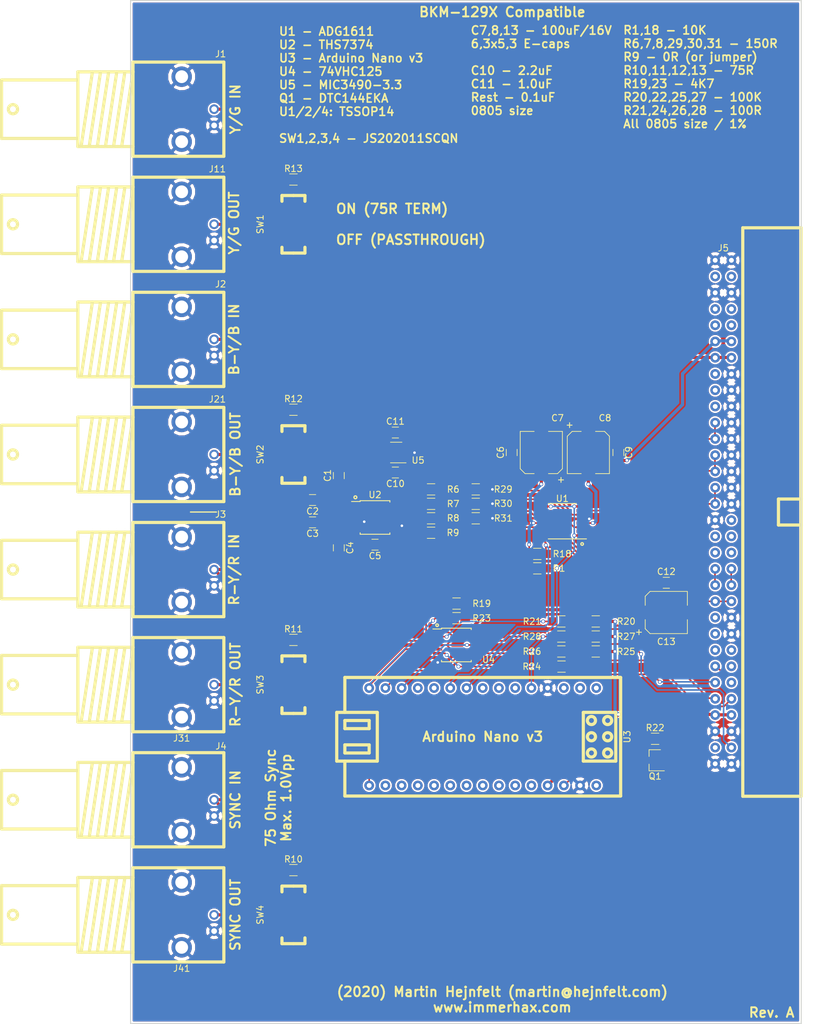
<source format=kicad_pcb>
(kicad_pcb (version 4) (host pcbnew 4.0.7-e2-6376~61~ubuntu18.04.1)
  (layers (0 F.Cu signal) (31 B.Cu signal) (34 B.Paste user) (35 F.Paste user) (36 B.SilkS user) (37 F.SilkS user) (38 B.Mask user) (39 F.Mask user) (44 Edge.Cuts user))
  (net 0 "")
  (net 1 "Net-(C1-Pad1)")
  (net 2 "Net-(C1-Pad2)")
  (net 3 "Net-(C2-Pad1)")
  (net 4 "Net-(C2-Pad2)")
  (net 5 "Net-(C3-Pad1)")
  (net 6 "Net-(C3-Pad2)")
  (net 7 "Net-(C4-Pad1)")
  (net 8 "Net-(C4-Pad2)")
  (net 9 +3V3)
  (net 10 GND)
  (net 11 VDD)
  (net 12 VSS)
  (net 13 /Y/G)
  (net 14 /P-B/B)
  (net 15 /P-R/R)
  (net 16 "Net-(J5-Pad20b)")
  (net 17 /EXT_SYNC)
  (net 18 /RESET)
  (net 19 /MISO)
  (net 20 /SCLK)
  (net 21 "Net-(J5-Pad20a)")
  (net 22 /MOSI)
  (net 23 /SLOT_ID)
  (net 24 /~MCU_RESET)
  (net 25 ~BX_OE)
  (net 26 "Net-(R6-Pad2)")
  (net 27 "Net-(R7-Pad2)")
  (net 28 "Net-(R8-Pad2)")
  (net 29 "Net-(R9-Pad1)")
  (net 30 "Net-(R9-Pad2)")
  (net 31 ~EXT_SYNC_OE)
  (net 32 "Net-(R21-Pad1)")
  (net 33 +5VD)
  (net 34 "Net-(R23-Pad1)")
  (net 35 "Net-(R24-Pad1)")
  (net 36 "Net-(R26-Pad1)")
  (net 37 /MCU_SLOT_ID)
  (net 38 "Net-(U3-Pad13)")
  (net 39 "Net-(U3-Pad14)")
  (net 40 /MCU_SCK)
  (net 41 "Net-(R29-Pad1)")
  (net 42 "Net-(R30-Pad1)")
  (net 43 "Net-(R31-Pad1)")
  (net 44 "Net-(J11-Pad1)")
  (net 45 "Net-(J21-Pad1)")
  (net 46 "Net-(J31-Pad1)")
  (net 47 "Net-(J41-Pad1)")
  (net 48 "Net-(R10-Pad1)")
  (net 49 "Net-(R11-Pad1)")
  (net 50 "Net-(R12-Pad1)")
  (net 51 "Net-(R13-Pad1)")
  (module Capacitors_SMD:C_0805_HandSoldering (layer F.Cu) (at 126.8 117.7 90)
    (fp_text reference C1 (at 0.0127 -1.7526 90) (layer F.SilkS))
    (fp_text value 0.1uF)
    (pad 1 smd rect (at -1.25 0 90) (size 1.5 1.25) (layers F.Cu F.Paste F.Mask) (net 1 "Net-(C1-Pad1)"))
    (pad 2 smd rect (at 1.25 0 90) (size 1.5 1.25) (layers F.Cu F.Paste F.Mask) (net 2 "Net-(C1-Pad2)"))
  )
  (module Capacitors_SMD:C_0805_HandSoldering (layer F.Cu) (at 122.6925 121.5235 180)
    (fp_text reference C2 (at 0 -1.75 180) (layer F.SilkS))
    (fp_text value 0.1uF)
    (pad 1 smd rect (at -1.25 0 180) (size 1.5 1.25) (layers F.Cu F.Paste F.Mask) (net 3 "Net-(C2-Pad1)"))
    (pad 2 smd rect (at 1.25 0 180) (size 1.5 1.25) (layers F.Cu F.Paste F.Mask) (net 4 "Net-(C2-Pad2)"))
  )
  (module Capacitors_SMD:C_0805_HandSoldering (layer F.Cu) (at 122.6925 125.016 180)
    (fp_text reference C3 (at 0 -1.75 180) (layer F.SilkS))
    (fp_text value 0.1uF)
    (pad 1 smd rect (at -1.25 0 180) (size 1.5 1.25) (layers F.Cu F.Paste F.Mask) (net 5 "Net-(C3-Pad1)"))
    (pad 2 smd rect (at 1.25 0 180) (size 1.5 1.25) (layers F.Cu F.Paste F.Mask) (net 6 "Net-(C3-Pad2)"))
  )
  (module Capacitors_SMD:C_0805_HandSoldering (layer F.Cu) (at 126.8 129 270)
    (fp_text reference C4 (at 0 -1.75 270) (layer F.SilkS))
    (fp_text value 0.1uF)
    (pad 1 smd rect (at -1.25 0 270) (size 1.5 1.25) (layers F.Cu F.Paste F.Mask) (net 7 "Net-(C4-Pad1)"))
    (pad 2 smd rect (at 1.25 0 270) (size 1.5 1.25) (layers F.Cu F.Paste F.Mask) (net 8 "Net-(C4-Pad2)"))
  )
  (module Capacitors_SMD:C_0805_HandSoldering (layer F.Cu) (at 132.4715 128.5085 180)
    (fp_text reference C5 (at 0 -1.75 180) (layer F.SilkS))
    (fp_text value 0.1uF)
    (pad 1 smd rect (at -1.25 0 180) (size 1.5 1.25) (layers F.Cu F.Paste F.Mask) (net 9 +3V3))
    (pad 2 smd rect (at 1.25 0 180) (size 1.5 1.25) (layers F.Cu F.Paste F.Mask) (net 10 GND))
  )
  (module Capacitors_SMD:C_0805_HandSoldering (layer F.Cu) (at 153.871 114.094 90)
    (fp_text reference C6 (at 0 -1.75 90) (layer F.SilkS))
    (fp_text value 0.1uF)
    (pad 1 smd rect (at -1.25 0 90) (size 1.5 1.25) (layers F.Cu F.Paste F.Mask) (net 11 VDD))
    (pad 2 smd rect (at 1.25 0 90) (size 1.5 1.25) (layers F.Cu F.Paste F.Mask) (net 10 GND))
  )
  (module Capacitors_SMD:CP_Elec_6.3x5.3 (layer F.Cu) (at 158.5065 114.094 90)
    (fp_text reference C7 (at 5.3975 2.54 180) (layer F.SilkS))
    (fp_text value 100uF)
    (fp_text user + (at -4.28 3.01 90) (layer F.SilkS))
    (pad 1 smd rect (at -2.7 0 270) (size 3.5 1.6) (layers F.Cu F.Paste F.Mask) (net 11 VDD))
    (pad 2 smd rect (at 2.7 0 270) (size 3.5 1.6) (layers F.Cu F.Paste F.Mask) (net 10 GND))
  )
  (module Capacitors_SMD:CP_Elec_6.3x5.3 (layer F.Cu) (at 165.8725 114.094 270)
    (fp_text reference C8 (at -5.3975 -2.6035 360) (layer F.SilkS))
    (fp_text value 100uF)
    (fp_text user + (at -4.28 3.01 270) (layer F.SilkS))
    (pad 1 smd rect (at -2.7 0 90) (size 3.5 1.6) (layers F.Cu F.Paste F.Mask) (net 10 GND))
    (pad 2 smd rect (at 2.7 0 90) (size 3.5 1.6) (layers F.Cu F.Paste F.Mask) (net 12 VSS))
  )
  (module Capacitors_SMD:C_0805_HandSoldering (layer F.Cu) (at 170.5715 114.094 90)
    (fp_text reference C9 (at 0 1.651 90) (layer F.SilkS))
    (fp_text value 0.1uF)
    (pad 1 smd rect (at -1.25 0 90) (size 1.5 1.25) (layers F.Cu F.Paste F.Mask) (net 12 VSS))
    (pad 2 smd rect (at 1.25 0 90) (size 1.5 1.25) (layers F.Cu F.Paste F.Mask) (net 10 GND))
  )
  (module bnc-tht:BNC-THT (layer F.Cu) (at 102.2 60.4)
    (fp_text reference J1 (at 6.096 -8.636) (layer F.SilkS))
    (fp_text value YG_IN)
    (pad 2 thru_hole circle (at 5.08 2.54) (size 1.5 1.5) (drill 0.9) (layers *.Cu *.Mask) (net 10 GND))
    (pad 2 thru_hole circle (at 0 -5.08) (size 3.2 3.2) (drill 2) (layers *.Cu *.Mask) (net 10 GND))
    (pad 2 thru_hole circle (at 0 5.08) (size 3.2 3.2) (drill 2) (layers *.Cu *.Mask) (net 10 GND))
    (pad 1 thru_hole circle (at 5.08 0) (size 1.5 1.5) (drill 0.9) (layers *.Cu *.Mask) (net 2 "Net-(C1-Pad2)"))
  )
  (module bnc-tht:BNC-THT (layer F.Cu) (at 102.2 96.4)
    (fp_text reference J2 (at 6.096 -8.636) (layer F.SilkS))
    (fp_text value PBB_IN)
    (pad 2 thru_hole circle (at 5.08 2.54) (size 1.5 1.5) (drill 0.9) (layers *.Cu *.Mask) (net 10 GND))
    (pad 2 thru_hole circle (at 0 -5.08) (size 3.2 3.2) (drill 2) (layers *.Cu *.Mask) (net 10 GND))
    (pad 2 thru_hole circle (at 0 5.08) (size 3.2 3.2) (drill 2) (layers *.Cu *.Mask) (net 10 GND))
    (pad 1 thru_hole circle (at 5.08 0) (size 1.5 1.5) (drill 0.9) (layers *.Cu *.Mask) (net 4 "Net-(C2-Pad2)"))
  )
  (module bnc-tht:BNC-THT (layer F.Cu) (at 102.2 132.4)
    (fp_text reference J3 (at 6.096 -8.636) (layer F.SilkS))
    (fp_text value PRR_IN)
    (pad 2 thru_hole circle (at 5.08 2.54) (size 1.5 1.5) (drill 0.9) (layers *.Cu *.Mask) (net 10 GND))
    (pad 2 thru_hole circle (at 0 -5.08) (size 3.2 3.2) (drill 2) (layers *.Cu *.Mask) (net 10 GND))
    (pad 2 thru_hole circle (at 0 5.08) (size 3.2 3.2) (drill 2) (layers *.Cu *.Mask) (net 10 GND))
    (pad 1 thru_hole circle (at 5.08 0) (size 1.5 1.5) (drill 0.9) (layers *.Cu *.Mask) (net 6 "Net-(C3-Pad2)"))
  )
  (module bnc-tht:BNC-THT (layer F.Cu) (at 102.2 168.4)
    (fp_text reference J4 (at 6.1595 -8.382) (layer F.SilkS))
    (fp_text value SYNC_IN)
    (pad 2 thru_hole circle (at 5.08 2.54) (size 1.5 1.5) (drill 0.9) (layers *.Cu *.Mask) (net 10 GND))
    (pad 2 thru_hole circle (at 0 -5.08) (size 3.2 3.2) (drill 2) (layers *.Cu *.Mask) (net 10 GND))
    (pad 2 thru_hole circle (at 0 5.08) (size 3.2 3.2) (drill 2) (layers *.Cu *.Mask) (net 10 GND))
    (pad 1 thru_hole circle (at 5.08 0) (size 1.5 1.5) (drill 0.9) (layers *.Cu *.Mask) (net 8 "Net-(C4-Pad2)"))
  )
  (module din-41612-64p-ra:DIN-41612-64P (layer F.Cu) (at 187 123.4)
    (fp_text reference J5 (at 0 -41.275) (layer F.SilkS))
    (fp_text value Conn_02x32_Row_Letter_Last)
    (pad 1b thru_hole circle (at -1.27 -39.37) (size 1.524 1.524) (drill 0.762) (layers *.Cu *.Mask) (net 10 GND))
    (pad 2b thru_hole circle (at -1.27 -36.83) (size 1.524 1.524) (drill 0.762) (layers *.Cu *.Mask))
    (pad 3b thru_hole circle (at -1.27 -34.29) (size 1.524 1.524) (drill 0.762) (layers *.Cu *.Mask) (net 10 GND))
    (pad 4b thru_hole circle (at -1.27 -31.75) (size 1.524 1.524) (drill 0.762) (layers *.Cu *.Mask))
    (pad 5b thru_hole circle (at -1.27 -29.21) (size 1.524 1.524) (drill 0.762) (layers *.Cu *.Mask))
    (pad 6b thru_hole circle (at -1.27 -26.67) (size 1.524 1.524) (drill 0.762) (layers *.Cu *.Mask) (net 12 VSS))
    (pad 7b thru_hole circle (at -1.27 -24.13) (size 1.524 1.524) (drill 0.762) (layers *.Cu *.Mask) (net 11 VDD))
    (pad 8b thru_hole circle (at -1.27 -21.59) (size 1.524 1.524) (drill 0.762) (layers *.Cu *.Mask))
    (pad 9b thru_hole circle (at -1.27 -19.05) (size 1.524 1.524) (drill 0.762) (layers *.Cu *.Mask))
    (pad 10b thru_hole circle (at -1.27 -16.51) (size 1.524 1.524) (drill 0.762) (layers *.Cu *.Mask))
    (pad 11b thru_hole circle (at -1.27 -13.97) (size 1.524 1.524) (drill 0.762) (layers *.Cu *.Mask) (net 13 /Y/G))
    (pad 12b thru_hole circle (at -1.27 -11.43) (size 1.524 1.524) (drill 0.762) (layers *.Cu *.Mask) (net 13 /Y/G))
    (pad 13b thru_hole circle (at -1.27 -8.89) (size 1.524 1.524) (drill 0.762) (layers *.Cu *.Mask) (net 14 /P-B/B))
    (pad 14b thru_hole circle (at -1.27 -6.35) (size 1.524 1.524) (drill 0.762) (layers *.Cu *.Mask) (net 14 /P-B/B))
    (pad 15b thru_hole circle (at -1.27 -3.81) (size 1.524 1.524) (drill 0.762) (layers *.Cu *.Mask) (net 15 /P-R/R))
    (pad 16b thru_hole circle (at -1.27 -1.27) (size 1.524 1.524) (drill 0.762) (layers *.Cu *.Mask) (net 15 /P-R/R))
    (pad 17b thru_hole circle (at -1.27 1.27) (size 1.524 1.524) (drill 0.762) (layers *.Cu *.Mask) (net 10 GND))
    (pad 18b thru_hole circle (at -1.27 3.81) (size 1.524 1.524) (drill 0.762) (layers *.Cu *.Mask))
    (pad 19b thru_hole circle (at -1.27 6.35) (size 1.524 1.524) (drill 0.762) (layers *.Cu *.Mask))
    (pad 20b thru_hole circle (at -1.27 8.89) (size 1.524 1.524) (drill 0.762) (layers *.Cu *.Mask) (net 16 "Net-(J5-Pad20b)"))
    (pad 21b thru_hole circle (at -1.27 11.43) (size 1.524 1.524) (drill 0.762) (layers *.Cu *.Mask) (net 16 "Net-(J5-Pad20b)"))
    (pad 22b thru_hole circle (at -1.27 13.97) (size 1.524 1.524) (drill 0.762) (layers *.Cu *.Mask) (net 17 /EXT_SYNC))
    (pad 23b thru_hole circle (at -1.27 16.51) (size 1.524 1.524) (drill 0.762) (layers *.Cu *.Mask))
    (pad 24b thru_hole circle (at -1.27 19.05) (size 1.524 1.524) (drill 0.762) (layers *.Cu *.Mask))
    (pad 25b thru_hole circle (at -1.27 21.59) (size 1.524 1.524) (drill 0.762) (layers *.Cu *.Mask))
    (pad 26b thru_hole circle (at -1.27 24.13) (size 1.524 1.524) (drill 0.762) (layers *.Cu *.Mask) (net 18 /RESET))
    (pad 27b thru_hole circle (at -1.27 26.67) (size 1.524 1.524) (drill 0.762) (layers *.Cu *.Mask) (net 19 /MISO))
    (pad 28b thru_hole circle (at -1.27 29.21) (size 1.524 1.524) (drill 0.762) (layers *.Cu *.Mask) (net 20 /SCLK))
    (pad 29b thru_hole circle (at -1.27 31.75) (size 1.524 1.524) (drill 0.762) (layers *.Cu *.Mask) (net 33 +5VD))
    (pad 30b thru_hole circle (at -1.27 34.29) (size 1.524 1.524) (drill 0.762) (layers *.Cu *.Mask) (net 10 GND))
    (pad 31b thru_hole circle (at -1.27 36.83) (size 1.524 1.524) (drill 0.762) (layers *.Cu *.Mask))
    (pad 32b thru_hole circle (at -1.27 39.37) (size 1.524 1.524) (drill 0.762) (layers *.Cu *.Mask) (net 10 GND))
    (pad 1a thru_hole circle (at 1.27 -39.37) (size 1.524 1.524) (drill 0.762) (layers *.Cu *.Mask) (net 10 GND))
    (pad 2a thru_hole circle (at 1.27 -36.83) (size 1.524 1.524) (drill 0.762) (layers *.Cu *.Mask))
    (pad 3a thru_hole circle (at 1.27 -34.29) (size 1.524 1.524) (drill 0.762) (layers *.Cu *.Mask) (net 10 GND))
    (pad 4a thru_hole circle (at 1.27 -31.75) (size 1.524 1.524) (drill 0.762) (layers *.Cu *.Mask))
    (pad 5a thru_hole circle (at 1.27 -29.21) (size 1.524 1.524) (drill 0.762) (layers *.Cu *.Mask))
    (pad 6a thru_hole circle (at 1.27 -26.67) (size 1.524 1.524) (drill 0.762) (layers *.Cu *.Mask) (net 12 VSS))
    (pad 7a thru_hole circle (at 1.27 -24.13) (size 1.524 1.524) (drill 0.762) (layers *.Cu *.Mask) (net 11 VDD))
    (pad 8a thru_hole circle (at 1.27 -21.59) (size 1.524 1.524) (drill 0.762) (layers *.Cu *.Mask) (net 10 GND))
    (pad 9a thru_hole circle (at 1.27 -19.05) (size 1.524 1.524) (drill 0.762) (layers *.Cu *.Mask) (net 10 GND))
    (pad 10a thru_hole circle (at 1.27 -16.51) (size 1.524 1.524) (drill 0.762) (layers *.Cu *.Mask) (net 10 GND))
    (pad 11a thru_hole circle (at 1.27 -13.97) (size 1.524 1.524) (drill 0.762) (layers *.Cu *.Mask) (net 10 GND))
    (pad 12a thru_hole circle (at 1.27 -11.43) (size 1.524 1.524) (drill 0.762) (layers *.Cu *.Mask) (net 10 GND))
    (pad 13a thru_hole circle (at 1.27 -8.89) (size 1.524 1.524) (drill 0.762) (layers *.Cu *.Mask) (net 10 GND))
    (pad 14a thru_hole circle (at 1.27 -6.35) (size 1.524 1.524) (drill 0.762) (layers *.Cu *.Mask) (net 10 GND))
    (pad 15a thru_hole circle (at 1.27 -3.81) (size 1.524 1.524) (drill 0.762) (layers *.Cu *.Mask) (net 10 GND))
    (pad 16a thru_hole circle (at 1.27 -1.27) (size 1.524 1.524) (drill 0.762) (layers *.Cu *.Mask) (net 10 GND))
    (pad 17a thru_hole circle (at 1.27 1.27) (size 1.524 1.524) (drill 0.762) (layers *.Cu *.Mask))
    (pad 18a thru_hole circle (at 1.27 3.81) (size 1.524 1.524) (drill 0.762) (layers *.Cu *.Mask))
    (pad 19a thru_hole circle (at 1.27 6.35) (size 1.524 1.524) (drill 0.762) (layers *.Cu *.Mask))
    (pad 20a thru_hole circle (at 1.27 8.89) (size 1.524 1.524) (drill 0.762) (layers *.Cu *.Mask) (net 21 "Net-(J5-Pad20a)"))
    (pad 21a thru_hole circle (at 1.27 11.43) (size 1.524 1.524) (drill 0.762) (layers *.Cu *.Mask) (net 21 "Net-(J5-Pad20a)"))
    (pad 22a thru_hole circle (at 1.27 13.97) (size 1.524 1.524) (drill 0.762) (layers *.Cu *.Mask) (net 17 /EXT_SYNC))
    (pad 23a thru_hole circle (at 1.27 16.51) (size 1.524 1.524) (drill 0.762) (layers *.Cu *.Mask) (net 10 GND))
    (pad 24a thru_hole circle (at 1.27 19.05) (size 1.524 1.524) (drill 0.762) (layers *.Cu *.Mask) (net 10 GND))
    (pad 25a thru_hole circle (at 1.27 21.59) (size 1.524 1.524) (drill 0.762) (layers *.Cu *.Mask))
    (pad 26a thru_hole circle (at 1.27 24.13) (size 1.524 1.524) (drill 0.762) (layers *.Cu *.Mask))
    (pad 27a thru_hole circle (at 1.27 26.67) (size 1.524 1.524) (drill 0.762) (layers *.Cu *.Mask))
    (pad 28a thru_hole circle (at 1.27 29.21) (size 1.524 1.524) (drill 0.762) (layers *.Cu *.Mask) (net 22 /MOSI))
    (pad 29a thru_hole circle (at 1.27 31.75) (size 1.524 1.524) (drill 0.762) (layers *.Cu *.Mask) (net 33 +5VD))
    (pad 30a thru_hole circle (at 1.27 34.29) (size 1.524 1.524) (drill 0.762) (layers *.Cu *.Mask) (net 10 GND))
    (pad 31a thru_hole circle (at 1.27 36.83) (size 1.524 1.524) (drill 0.762) (layers *.Cu *.Mask) (net 23 /SLOT_ID))
    (pad 32a thru_hole circle (at 1.27 39.37) (size 1.524 1.524) (drill 0.762) (layers *.Cu *.Mask) (net 10 GND))
  )
  (module TO_SOT_Packages_SMD:SC-59_Handsoldering (layer F.Cu) (at 176.3246 162.227 180)
    (fp_text reference Q1 (at 0 -2.5 180) (layer F.SilkS))
    (fp_text value DTC144EKA)
    (pad 1 smd rect (at -1.65 -0.95 180) (size 1.8 0.8) (layers F.Cu F.Paste F.Mask) (net 10 GND))
    (pad 2 smd rect (at -1.65 0.95 180) (size 1.8 0.8) (layers F.Cu F.Paste F.Mask) (net 18 /RESET))
    (pad 3 smd rect (at 1.65 0 180) (size 1.8 0.8) (layers F.Cu F.Paste F.Mask) (net 24 /~MCU_RESET))
  )
  (module Resistors_SMD:R_0805_HandSoldering (layer F.Cu) (at 157.88 132.21 180)
    (fp_text reference R1 (at -3.4036 0 180) (layer F.SilkS))
    (fp_text value 10K)
    (pad 1 smd rect (at -1.35 0 180) (size 1.5 1.3) (layers F.Cu F.Paste F.Mask) (net 25 ~BX_OE))
    (pad 2 smd rect (at 1.35 0 180) (size 1.5 1.3) (layers F.Cu F.Paste F.Mask) (net 11 VDD))
  )
  (module Resistors_SMD:R_0805_HandSoldering (layer F.Cu) (at 141.2472 119.8598 180)
    (fp_text reference R6 (at -3.4671 0 180) (layer F.SilkS))
    (fp_text value 150R)
    (pad 1 smd rect (at -1.35 0 180) (size 1.5 1.3) (layers F.Cu F.Paste F.Mask) (net 41 "Net-(R29-Pad1)"))
    (pad 2 smd rect (at 1.35 0 180) (size 1.5 1.3) (layers F.Cu F.Paste F.Mask) (net 26 "Net-(R6-Pad2)"))
  )
  (module Resistors_SMD:R_0805_HandSoldering (layer F.Cu) (at 141.25 122.12 180)
    (fp_text reference R7 (at -3.4544 0 180) (layer F.SilkS))
    (fp_text value 150R)
    (pad 1 smd rect (at -1.35 0 180) (size 1.5 1.3) (layers F.Cu F.Paste F.Mask) (net 42 "Net-(R30-Pad1)"))
    (pad 2 smd rect (at 1.35 0 180) (size 1.5 1.3) (layers F.Cu F.Paste F.Mask) (net 27 "Net-(R7-Pad2)"))
  )
  (module Resistors_SMD:R_0805_HandSoldering (layer F.Cu) (at 141.2472 124.381 180)
    (fp_text reference R8 (at -3.4544 0.0254 180) (layer F.SilkS))
    (fp_text value 150R)
    (pad 1 smd rect (at -1.35 0 180) (size 1.5 1.3) (layers F.Cu F.Paste F.Mask) (net 43 "Net-(R31-Pad1)"))
    (pad 2 smd rect (at 1.35 0 180) (size 1.5 1.3) (layers F.Cu F.Paste F.Mask) (net 28 "Net-(R8-Pad2)"))
  )
  (module Resistors_SMD:R_0805_HandSoldering (layer F.Cu) (at 141.2472 126.6416 180)
    (fp_text reference R9 (at -3.429 0 180) (layer F.SilkS))
    (fp_text value 0R)
    (pad 1 smd rect (at -1.35 0 180) (size 1.5 1.3) (layers F.Cu F.Paste F.Mask) (net 29 "Net-(R9-Pad1)"))
    (pad 2 smd rect (at 1.35 0 180) (size 1.5 1.3) (layers F.Cu F.Paste F.Mask) (net 30 "Net-(R9-Pad2)"))
  )
  (module Resistors_SMD:R_0805_HandSoldering (layer F.Cu) (at 119.7 179.4)
    (fp_text reference R10 (at 0 -1.7) (layer F.SilkS))
    (fp_text value 75R)
    (pad 1 smd rect (at -1.35 0) (size 1.5 1.3) (layers F.Cu F.Paste F.Mask) (net 48 "Net-(R10-Pad1)"))
    (pad 2 smd rect (at 1.35 0) (size 1.5 1.3) (layers F.Cu F.Paste F.Mask) (net 10 GND))
  )
  (module Resistors_SMD:R_0805_HandSoldering (layer F.Cu) (at 119.7 143.4)
    (fp_text reference R11 (at 0 -1.7) (layer F.SilkS))
    (fp_text value 75R)
    (pad 1 smd rect (at -1.35 0) (size 1.5 1.3) (layers F.Cu F.Paste F.Mask) (net 49 "Net-(R11-Pad1)"))
    (pad 2 smd rect (at 1.35 0) (size 1.5 1.3) (layers F.Cu F.Paste F.Mask) (net 10 GND))
  )
  (module Resistors_SMD:R_0805_HandSoldering (layer F.Cu) (at 119.7 107.4)
    (fp_text reference R12 (at 0 -1.7) (layer F.SilkS))
    (fp_text value 75R)
    (pad 1 smd rect (at -1.35 0) (size 1.5 1.3) (layers F.Cu F.Paste F.Mask) (net 50 "Net-(R12-Pad1)"))
    (pad 2 smd rect (at 1.35 0) (size 1.5 1.3) (layers F.Cu F.Paste F.Mask) (net 10 GND))
  )
  (module Resistors_SMD:R_0805_HandSoldering (layer F.Cu) (at 119.7 71.4)
    (fp_text reference R13 (at 0 -1.7) (layer F.SilkS))
    (fp_text value 75R)
    (pad 1 smd rect (at -1.35 0) (size 1.5 1.3) (layers F.Cu F.Paste F.Mask) (net 51 "Net-(R13-Pad1)"))
    (pad 2 smd rect (at 1.35 0) (size 1.5 1.3) (layers F.Cu F.Paste F.Mask) (net 10 GND))
  )
  (module Resistors_SMD:R_0805_HandSoldering (layer F.Cu) (at 157.88 129.95)
    (fp_text reference R18 (at 3.8862 0) (layer F.SilkS))
    (fp_text value 10K)
    (pad 1 smd rect (at -1.35 0) (size 1.5 1.3) (layers F.Cu F.Paste F.Mask) (net 11 VDD))
    (pad 2 smd rect (at 1.35 0) (size 1.5 1.3) (layers F.Cu F.Paste F.Mask) (net 31 ~EXT_SYNC_OE))
  )
  (module Resistors_SMD:R_0805_HandSoldering (layer F.Cu) (at 167.0282 140.51)
    (fp_text reference R20 (at 4.7752 0) (layer F.SilkS))
    (fp_text value 100K)
    (pad 1 smd rect (at -1.35 0) (size 1.5 1.3) (layers F.Cu F.Paste F.Mask) (net 20 /SCLK))
    (pad 2 smd rect (at 1.35 0) (size 1.5 1.3) (layers F.Cu F.Paste F.Mask) (net 33 +5VD))
  )
  (module Resistors_SMD:R_0805_HandSoldering (layer F.Cu) (at 161.6434 140.51)
    (fp_text reference R21 (at -4.572 0) (layer F.SilkS))
    (fp_text value 100R)
    (pad 1 smd rect (at -1.35 0) (size 1.5 1.3) (layers F.Cu F.Paste F.Mask) (net 32 "Net-(R21-Pad1)"))
    (pad 2 smd rect (at 1.35 0) (size 1.5 1.3) (layers F.Cu F.Paste F.Mask) (net 20 /SCLK))
  )
  (module Resistors_SMD:R_0805_HandSoldering (layer F.Cu) (at 176.3246 158.8615 180)
    (fp_text reference R22 (at 0 1.7145 180) (layer F.SilkS))
    (fp_text value 100K)
    (pad 1 smd rect (at -1.35 0 180) (size 1.5 1.3) (layers F.Cu F.Paste F.Mask) (net 33 +5VD))
    (pad 2 smd rect (at 1.35 0 180) (size 1.5 1.3) (layers F.Cu F.Paste F.Mask) (net 24 /~MCU_RESET))
  )
  (module Resistors_SMD:R_0805_HandSoldering (layer F.Cu) (at 145.235 140.002)
    (fp_text reference R23 (at 3.937 0) (layer F.SilkS))
    (fp_text value 4K7)
    (pad 1 smd rect (at -1.35 0) (size 1.5 1.3) (layers F.Cu F.Paste F.Mask) (net 34 "Net-(R23-Pad1)"))
    (pad 2 smd rect (at 1.35 0) (size 1.5 1.3) (layers F.Cu F.Paste F.Mask) (net 33 +5VD))
  )
  (module Resistors_SMD:R_0805_HandSoldering (layer F.Cu) (at 161.6688 147.5712)
    (fp_text reference R24 (at -4.6482 0) (layer F.SilkS))
    (fp_text value 100R)
    (pad 1 smd rect (at -1.35 0) (size 1.5 1.3) (layers F.Cu F.Paste F.Mask) (net 35 "Net-(R24-Pad1)"))
    (pad 2 smd rect (at 1.35 0) (size 1.5 1.3) (layers F.Cu F.Paste F.Mask) (net 19 /MISO))
  )
  (module Resistors_SMD:R_0805_HandSoldering (layer F.Cu) (at 167.0282 145.209)
    (fp_text reference R25 (at 4.7498 0.0254) (layer F.SilkS))
    (fp_text value 100K)
    (pad 1 smd rect (at -1.35 0) (size 1.5 1.3) (layers F.Cu F.Paste F.Mask) (net 22 /MOSI))
    (pad 2 smd rect (at 1.35 0) (size 1.5 1.3) (layers F.Cu F.Paste F.Mask) (net 33 +5VD))
  )
  (module Resistors_SMD:R_0805_HandSoldering (layer F.Cu) (at 161.6434 145.209)
    (fp_text reference R26 (at -4.5974 0) (layer F.SilkS))
    (fp_text value 100R)
    (pad 1 smd rect (at -1.35 0) (size 1.5 1.3) (layers F.Cu F.Paste F.Mask) (net 36 "Net-(R26-Pad1)"))
    (pad 2 smd rect (at 1.35 0) (size 1.5 1.3) (layers F.Cu F.Paste F.Mask) (net 22 /MOSI))
  )
  (module Resistors_SMD:R_0805_HandSoldering (layer F.Cu) (at 167.0282 142.8722)
    (fp_text reference R27 (at 4.7498 0) (layer F.SilkS))
    (fp_text value 100K)
    (pad 1 smd rect (at -1.35 0) (size 1.5 1.3) (layers F.Cu F.Paste F.Mask) (net 23 /SLOT_ID))
    (pad 2 smd rect (at 1.35 0) (size 1.5 1.3) (layers F.Cu F.Paste F.Mask) (net 33 +5VD))
  )
  (module Resistors_SMD:R_0805_HandSoldering (layer F.Cu) (at 161.6434 142.8722)
    (fp_text reference R28 (at -4.572 0) (layer F.SilkS))
    (fp_text value 100R)
    (pad 1 smd rect (at -1.35 0) (size 1.5 1.3) (layers F.Cu F.Paste F.Mask) (net 37 /MCU_SLOT_ID))
    (pad 2 smd rect (at 1.35 0) (size 1.5 1.3) (layers F.Cu F.Paste F.Mask) (net 23 /SLOT_ID))
  )
  (module Housings_SSOP:TSSOP-16_4.4x5mm_Pitch0.65mm (layer F.Cu) (at 161.8 124.8 180)
    (fp_text reference U1 (at 0 3.5 180) (layer F.SilkS))
    (fp_text value ADG1611)
    (pad 1 smd rect (at -2.95 -2.275 180) (size 1.5 0.45) (layers F.Cu F.Paste F.Mask) (net 25 ~BX_OE))
    (pad 2 smd rect (at -2.95 -1.625 180) (size 1.5 0.45) (layers F.Cu F.Paste F.Mask) (net 14 /P-B/B))
    (pad 3 smd rect (at -2.95 -0.975 180) (size 1.5 0.45) (layers F.Cu F.Paste F.Mask) (net 42 "Net-(R30-Pad1)"))
    (pad 4 smd rect (at -2.95 -0.325 180) (size 1.5 0.45) (layers F.Cu F.Paste F.Mask) (net 12 VSS))
    (pad 5 smd rect (at -2.95 0.325 180) (size 1.5 0.45) (layers F.Cu F.Paste F.Mask) (net 10 GND))
    (pad 6 smd rect (at -2.95 0.975 180) (size 1.5 0.45) (layers F.Cu F.Paste F.Mask) (net 41 "Net-(R29-Pad1)"))
    (pad 7 smd rect (at -2.95 1.625 180) (size 1.5 0.45) (layers F.Cu F.Paste F.Mask) (net 13 /Y/G))
    (pad 8 smd rect (at -2.95 2.275 180) (size 1.5 0.45) (layers F.Cu F.Paste F.Mask) (net 25 ~BX_OE))
    (pad 9 smd rect (at 2.95 2.275 180) (size 1.5 0.45) (layers F.Cu F.Paste F.Mask) (net 25 ~BX_OE))
    (pad 10 smd rect (at 2.95 1.625 180) (size 1.5 0.45) (layers F.Cu F.Paste F.Mask) (net 15 /P-R/R))
    (pad 11 smd rect (at 2.95 0.975 180) (size 1.5 0.45) (layers F.Cu F.Paste F.Mask) (net 43 "Net-(R31-Pad1)"))
    (pad 12 smd rect (at 2.95 0.325 180) (size 1.5 0.45) (layers F.Cu F.Paste F.Mask))
    (pad 13 smd rect (at 2.95 -0.325 180) (size 1.5 0.45) (layers F.Cu F.Paste F.Mask) (net 11 VDD))
    (pad 14 smd rect (at 2.95 -0.975 180) (size 1.5 0.45) (layers F.Cu F.Paste F.Mask) (net 29 "Net-(R9-Pad1)"))
    (pad 15 smd rect (at 2.95 -1.625 180) (size 1.5 0.45) (layers F.Cu F.Paste F.Mask) (net 17 /EXT_SYNC))
    (pad 16 smd rect (at 2.95 -2.275 180) (size 1.5 0.45) (layers F.Cu F.Paste F.Mask) (net 31 ~EXT_SYNC_OE))
  )
  (module arduino-nano-v3:arduino-nano-v3 (layer F.Cu) (at 149.3371 158.544 270)
    (fp_text reference U3 (at 0 -22.606 270) (layer F.SilkS))
    (fp_text value arduino-nano-v3)
    (fp_text user "Arduino Nano v3" (at 0 0 360) (layer F.SilkS) (effects (font (size 1.5 1.5) (thickness 0.3))))
    (pad 1 thru_hole circle (at -7.62 -17.78 270) (size 1.524 1.524) (drill 0.762) (layers *.Cu *.Mask))
    (pad 2 thru_hole circle (at -7.62 -15.24 270) (size 1.524 1.524) (drill 0.762) (layers *.Cu *.Mask))
    (pad 3 thru_hole circle (at -7.62 -12.7 270) (size 1.524 1.524) (drill 0.762) (layers *.Cu *.Mask))
    (pad 4 thru_hole circle (at -7.62 -10.16 270) (size 1.524 1.524) (drill 0.762) (layers *.Cu *.Mask) (net 10 GND))
    (pad 5 thru_hole circle (at -7.62 -7.62 270) (size 1.524 1.524) (drill 0.762) (layers *.Cu *.Mask) (net 37 /MCU_SLOT_ID))
    (pad 6 thru_hole circle (at -7.62 -5.08 270) (size 1.524 1.524) (drill 0.762) (layers *.Cu *.Mask))
    (pad 7 thru_hole circle (at -7.62 -2.54 270) (size 1.524 1.524) (drill 0.762) (layers *.Cu *.Mask))
    (pad 8 thru_hole circle (at -7.62 0 270) (size 1.524 1.524) (drill 0.762) (layers *.Cu *.Mask))
    (pad 9 thru_hole circle (at -7.62 2.54 270) (size 1.524 1.524) (drill 0.762) (layers *.Cu *.Mask) (net 25 ~BX_OE))
    (pad 10 thru_hole circle (at -7.62 5.08 270) (size 1.524 1.524) (drill 0.762) (layers *.Cu *.Mask) (net 31 ~EXT_SYNC_OE))
    (pad 11 thru_hole circle (at -7.62 7.62 270) (size 1.524 1.524) (drill 0.762) (layers *.Cu *.Mask))
    (pad 12 thru_hole circle (at -7.62 10.16 270) (size 1.524 1.524) (drill 0.762) (layers *.Cu *.Mask))
    (pad 13 thru_hole circle (at -7.62 12.7 270) (size 1.524 1.524) (drill 0.762) (layers *.Cu *.Mask) (net 38 "Net-(U3-Pad13)"))
    (pad 14 thru_hole circle (at -7.62 15.24 270) (size 1.524 1.524) (drill 0.762) (layers *.Cu *.Mask) (net 39 "Net-(U3-Pad14)"))
    (pad 15 thru_hole circle (at -7.62 17.78 270) (size 1.524 1.524) (drill 0.762) (layers *.Cu *.Mask) (net 34 "Net-(R23-Pad1)"))
    (pad 16 thru_hole circle (at 7.62 17.78 270) (size 1.524 1.524) (drill 0.762) (layers *.Cu *.Mask) (net 40 /MCU_SCK))
    (pad 17 thru_hole circle (at 7.62 15.24 270) (size 1.524 1.524) (drill 0.762) (layers *.Cu *.Mask))
    (pad 18 thru_hole circle (at 7.62 12.7 270) (size 1.524 1.524) (drill 0.762) (layers *.Cu *.Mask))
    (pad 19 thru_hole circle (at 7.62 10.16 270) (size 1.524 1.524) (drill 0.762) (layers *.Cu *.Mask))
    (pad 20 thru_hole circle (at 7.62 7.62 270) (size 1.524 1.524) (drill 0.762) (layers *.Cu *.Mask))
    (pad 21 thru_hole circle (at 7.62 5.08 270) (size 1.524 1.524) (drill 0.762) (layers *.Cu *.Mask))
    (pad 22 thru_hole circle (at 7.62 2.54 270) (size 1.524 1.524) (drill 0.762) (layers *.Cu *.Mask))
    (pad 23 thru_hole circle (at 7.62 0 270) (size 1.524 1.524) (drill 0.762) (layers *.Cu *.Mask))
    (pad 24 thru_hole circle (at 7.62 -2.54 270) (size 1.524 1.524) (drill 0.762) (layers *.Cu *.Mask))
    (pad 25 thru_hole circle (at 7.62 -5.08 270) (size 1.524 1.524) (drill 0.762) (layers *.Cu *.Mask))
    (pad 26 thru_hole circle (at 7.62 -7.62 270) (size 1.524 1.524) (drill 0.762) (layers *.Cu *.Mask))
    (pad 27 thru_hole circle (at 7.62 -10.16 270) (size 1.524 1.524) (drill 0.762) (layers *.Cu *.Mask) (net 33 +5VD))
    (pad 28 thru_hole circle (at 7.62 -12.7 270) (size 1.524 1.524) (drill 0.762) (layers *.Cu *.Mask) (net 24 /~MCU_RESET))
    (pad 29 thru_hole circle (at 7.62 -15.24 270) (size 1.524 1.524) (drill 0.762) (layers *.Cu *.Mask) (net 10 GND))
    (pad 30 thru_hole circle (at 7.62 -17.78 270) (size 1.524 1.524) (drill 0.762) (layers *.Cu *.Mask))
  )
  (module Housings_SSOP:TSSOP-14_4.4x5mm_Pitch0.65mm (layer F.Cu) (at 132.4715 124.254)
    (fp_text reference U2 (at 0 -3.55) (layer F.SilkS))
    (fp_text value THS7374)
    (pad 1 smd rect (at -2.95 -1.95) (size 1.45 0.45) (layers F.Cu F.Paste F.Mask) (net 1 "Net-(C1-Pad1)"))
    (pad 2 smd rect (at -2.95 -1.3) (size 1.45 0.45) (layers F.Cu F.Paste F.Mask) (net 3 "Net-(C2-Pad1)"))
    (pad 3 smd rect (at -2.95 -0.65) (size 1.45 0.45) (layers F.Cu F.Paste F.Mask) (net 5 "Net-(C3-Pad1)"))
    (pad 4 smd rect (at -2.95 0) (size 1.45 0.45) (layers F.Cu F.Paste F.Mask) (net 7 "Net-(C4-Pad1)"))
    (pad 5 smd rect (at -2.95 0.65) (size 1.45 0.45) (layers F.Cu F.Paste F.Mask) (net 10 GND))
    (pad 6 smd rect (at -2.95 1.3) (size 1.45 0.45) (layers F.Cu F.Paste F.Mask) (net 10 GND))
    (pad 7 smd rect (at -2.95 1.95) (size 1.45 0.45) (layers F.Cu F.Paste F.Mask))
    (pad 8 smd rect (at 2.95 1.95) (size 1.45 0.45) (layers F.Cu F.Paste F.Mask))
    (pad 9 smd rect (at 2.95 1.3) (size 1.45 0.45) (layers F.Cu F.Paste F.Mask) (net 10 GND))
    (pad 10 smd rect (at 2.95 0.65) (size 1.45 0.45) (layers F.Cu F.Paste F.Mask) (net 9 +3V3))
    (pad 11 smd rect (at 2.95 0) (size 1.45 0.45) (layers F.Cu F.Paste F.Mask) (net 30 "Net-(R9-Pad2)"))
    (pad 12 smd rect (at 2.95 -0.65) (size 1.45 0.45) (layers F.Cu F.Paste F.Mask) (net 28 "Net-(R8-Pad2)"))
    (pad 13 smd rect (at 2.95 -1.3) (size 1.45 0.45) (layers F.Cu F.Paste F.Mask) (net 27 "Net-(R7-Pad2)"))
    (pad 14 smd rect (at 2.95 -1.95) (size 1.45 0.45) (layers F.Cu F.Paste F.Mask) (net 26 "Net-(R6-Pad2)"))
  )
  (module Housings_SSOP:TSSOP-14_4.4x5mm_Pitch0.65mm (layer F.Cu) (at 145.2096 144.193)
    (fp_text reference U4 (at 5.0419 2.286) (layer F.SilkS))
    (fp_text value 74LVC125)
    (pad 1 smd rect (at -2.95 -1.95) (size 1.45 0.45) (layers F.Cu F.Paste F.Mask) (net 38 "Net-(U3-Pad13)"))
    (pad 2 smd rect (at -2.95 -1.3) (size 1.45 0.45) (layers F.Cu F.Paste F.Mask) (net 32 "Net-(R21-Pad1)"))
    (pad 3 smd rect (at -2.95 -0.65) (size 1.45 0.45) (layers F.Cu F.Paste F.Mask) (net 40 /MCU_SCK))
    (pad 4 smd rect (at -2.95 0) (size 1.45 0.45) (layers F.Cu F.Paste F.Mask) (net 38 "Net-(U3-Pad13)"))
    (pad 5 smd rect (at -2.95 0.65) (size 1.45 0.45) (layers F.Cu F.Paste F.Mask) (net 34 "Net-(R23-Pad1)"))
    (pad 6 smd rect (at -2.95 1.3) (size 1.45 0.45) (layers F.Cu F.Paste F.Mask) (net 35 "Net-(R24-Pad1)"))
    (pad 7 smd rect (at -2.95 1.95) (size 1.45 0.45) (layers F.Cu F.Paste F.Mask) (net 10 GND))
    (pad 8 smd rect (at 2.95 1.95) (size 1.45 0.45) (layers F.Cu F.Paste F.Mask) (net 39 "Net-(U3-Pad14)"))
    (pad 9 smd rect (at 2.95 1.3) (size 1.45 0.45) (layers F.Cu F.Paste F.Mask) (net 36 "Net-(R26-Pad1)"))
    (pad 10 smd rect (at 2.95 0.65) (size 1.45 0.45) (layers F.Cu F.Paste F.Mask) (net 38 "Net-(U3-Pad13)"))
    (pad 11 smd rect (at 2.95 0) (size 1.45 0.45) (layers F.Cu F.Paste F.Mask) (net 38 "Net-(U3-Pad13)"))
    (pad 12 smd rect (at 2.95 -0.65) (size 1.45 0.45) (layers F.Cu F.Paste F.Mask) (net 37 /MCU_SLOT_ID))
    (pad 13 smd rect (at 2.95 -1.3) (size 1.45 0.45) (layers F.Cu F.Paste F.Mask) (net 10 GND))
    (pad 14 smd rect (at 2.95 -1.95) (size 1.45 0.45) (layers F.Cu F.Paste F.Mask) (net 33 +5VD))
  )
  (module Capacitors_SMD:C_0805_HandSoldering (layer F.Cu) (at 135.6592 117.2182)
    (fp_text reference C10 (at 0 1.7526) (layer F.SilkS))
    (fp_text value 2.2uF)
    (pad 1 smd rect (at -1.25 0) (size 1.5 1.25) (layers F.Cu F.Paste F.Mask) (net 9 +3V3))
    (pad 2 smd rect (at 1.25 0) (size 1.5 1.25) (layers F.Cu F.Paste F.Mask) (net 10 GND))
  )
  (module Capacitors_SMD:C_0805_HandSoldering (layer F.Cu) (at 135.6592 110.9698 180)
    (fp_text reference C11 (at 0 1.7526 180) (layer F.SilkS))
    (fp_text value 1uF)
    (pad 1 smd rect (at -1.25 0 180) (size 1.5 1.25) (layers F.Cu F.Paste F.Mask) (net 10 GND))
    (pad 2 smd rect (at 1.25 0 180) (size 1.5 1.25) (layers F.Cu F.Paste F.Mask) (net 11 VDD))
  )
  (module TO_SOT_Packages_SMD:SOT-23-5_HandSoldering (layer F.Cu) (at 135.7862 114.094 180)
    (fp_text reference U5 (at -3.429 -1.2192 360) (layer F.SilkS))
    (fp_text value MIC3490-3.3)
    (pad 1 smd rect (at -1.35 -0.95 180) (size 1.56 0.65) (layers F.Cu F.Paste F.Mask))
    (pad 2 smd rect (at -1.35 0 180) (size 1.56 0.65) (layers F.Cu F.Paste F.Mask) (net 10 GND))
    (pad 3 smd rect (at -1.35 0.95 180) (size 1.56 0.65) (layers F.Cu F.Paste F.Mask) (net 11 VDD))
    (pad 4 smd rect (at 1.35 0.95 180) (size 1.56 0.65) (layers F.Cu F.Paste F.Mask) (net 11 VDD))
    (pad 5 smd rect (at 1.35 -0.95 180) (size 1.56 0.65) (layers F.Cu F.Paste F.Mask) (net 9 +3V3))
  )
  (module Capacitors_SMD:C_0805_HandSoldering (layer F.Cu) (at 178.0772 134.4648)
    (fp_text reference C12 (at 0 -1.75) (layer F.SilkS))
    (fp_text value 0.1uF)
    (pad 1 smd rect (at -1.25 0) (size 1.5 1.25) (layers F.Cu F.Paste F.Mask) (net 33 +5VD))
    (pad 2 smd rect (at 1.25 0) (size 1.5 1.25) (layers F.Cu F.Paste F.Mask) (net 10 GND))
  )
  (module Capacitors_SMD:CP_Elec_6.3x5.3 (layer F.Cu) (at 178.0772 139.113)
    (fp_text reference C13 (at 0 4.56) (layer F.SilkS))
    (fp_text value 100uF)
    (fp_text user + (at -4.28 3.01) (layer F.SilkS))
    (pad 1 smd rect (at -2.7 0 180) (size 3.5 1.6) (layers F.Cu F.Paste F.Mask) (net 33 +5VD))
    (pad 2 smd rect (at 2.7 0 180) (size 3.5 1.6) (layers F.Cu F.Paste F.Mask) (net 10 GND))
  )
  (module Resistors_SMD:R_0805_HandSoldering (layer F.Cu) (at 145.235 137.716)
    (fp_text reference R19 (at 3.937 0) (layer F.SilkS))
    (fp_text value 4K7)
    (pad 1 smd rect (at -1.35 0) (size 1.5 1.3) (layers F.Cu F.Paste F.Mask) (net 40 /MCU_SCK))
    (pad 2 smd rect (at 1.35 0) (size 1.5 1.3) (layers F.Cu F.Paste F.Mask) (net 33 +5VD))
  )
  (module Resistors_SMD:R_0805_HandSoldering (layer F.Cu) (at 148.24 119.86)
    (fp_text reference R29 (at 4.3 -0.01 180) (layer F.SilkS))
    (fp_text value 150R)
    (pad 1 smd rect (at -1.35 0) (size 1.5 1.3) (layers F.Cu F.Paste F.Mask) (net 41 "Net-(R29-Pad1)"))
    (pad 2 smd rect (at 1.35 0) (size 1.5 1.3) (layers F.Cu F.Paste F.Mask) (net 10 GND))
  )
  (module Resistors_SMD:R_0805_HandSoldering (layer F.Cu) (at 148.24 122.12)
    (fp_text reference R30 (at 4.31 -0.04 180) (layer F.SilkS))
    (fp_text value 150R)
    (pad 1 smd rect (at -1.35 0) (size 1.5 1.3) (layers F.Cu F.Paste F.Mask) (net 42 "Net-(R30-Pad1)"))
    (pad 2 smd rect (at 1.35 0) (size 1.5 1.3) (layers F.Cu F.Paste F.Mask) (net 10 GND))
  )
  (module Resistors_SMD:R_0805_HandSoldering (layer F.Cu) (at 148.24 124.38)
    (fp_text reference R31 (at 4.32 0 180) (layer F.SilkS))
    (fp_text value 150R)
    (pad 1 smd rect (at -1.35 0) (size 1.5 1.3) (layers F.Cu F.Paste F.Mask) (net 43 "Net-(R31-Pad1)"))
    (pad 2 smd rect (at 1.35 0) (size 1.5 1.3) (layers F.Cu F.Paste F.Mask) (net 10 GND))
  )
  (module bnc-tht:BNC-THT (layer F.Cu) (at 102.2 78.4)
    (fp_text reference J11 (at 5.588 -8.636) (layer F.SilkS))
    (fp_text value YG_OUT)
    (pad 2 thru_hole circle (at 5.08 2.54) (size 1.5 1.5) (drill 0.9) (layers *.Cu *.Mask) (net 10 GND))
    (pad 2 thru_hole circle (at 0 -5.08) (size 3.2 3.2) (drill 2) (layers *.Cu *.Mask) (net 10 GND))
    (pad 2 thru_hole circle (at 0 5.08) (size 3.2 3.2) (drill 2) (layers *.Cu *.Mask) (net 10 GND))
    (pad 1 thru_hole circle (at 5.08 0) (size 1.5 1.5) (drill 0.9) (layers *.Cu *.Mask) (net 44 "Net-(J11-Pad1)"))
  )
  (module bnc-tht:BNC-THT (layer F.Cu) (at 102.2 114.4)
    (fp_text reference J21 (at 5.588 -8.636) (layer F.SilkS))
    (fp_text value PBB_OUT)
    (pad 2 thru_hole circle (at 5.08 2.54) (size 1.5 1.5) (drill 0.9) (layers *.Cu *.Mask) (net 10 GND))
    (pad 2 thru_hole circle (at 0 -5.08) (size 3.2 3.2) (drill 2) (layers *.Cu *.Mask) (net 10 GND))
    (pad 2 thru_hole circle (at 0 5.08) (size 3.2 3.2) (drill 2) (layers *.Cu *.Mask) (net 10 GND))
    (pad 1 thru_hole circle (at 5.08 0) (size 1.5 1.5) (drill 0.9) (layers *.Cu *.Mask) (net 45 "Net-(J21-Pad1)"))
  )
  (module bnc-tht:BNC-THT (layer F.Cu) (at 102.2 150.4)
    (fp_text reference J31 (at 0 8.382) (layer F.SilkS))
    (fp_text value PRR_OUT)
    (pad 2 thru_hole circle (at 5.08 2.54) (size 1.5 1.5) (drill 0.9) (layers *.Cu *.Mask) (net 10 GND))
    (pad 2 thru_hole circle (at 0 -5.08) (size 3.2 3.2) (drill 2) (layers *.Cu *.Mask) (net 10 GND))
    (pad 2 thru_hole circle (at 0 5.08) (size 3.2 3.2) (drill 2) (layers *.Cu *.Mask) (net 10 GND))
    (pad 1 thru_hole circle (at 5.08 0) (size 1.5 1.5) (drill 0.9) (layers *.Cu *.Mask) (net 46 "Net-(J31-Pad1)"))
  )
  (module bnc-tht:BNC-THT (layer F.Cu) (at 102.2 186.4)
    (fp_text reference J41 (at 0 8.382) (layer F.SilkS))
    (fp_text value SYNC_OUT)
    (pad 2 thru_hole circle (at 5.08 2.54) (size 1.5 1.5) (drill 0.9) (layers *.Cu *.Mask) (net 10 GND))
    (pad 2 thru_hole circle (at 0 -5.08) (size 3.2 3.2) (drill 2) (layers *.Cu *.Mask) (net 10 GND))
    (pad 2 thru_hole circle (at 0 5.08) (size 3.2 3.2) (drill 2) (layers *.Cu *.Mask) (net 10 GND))
    (pad 1 thru_hole circle (at 5.08 0) (size 1.5 1.5) (drill 0.9) (layers *.Cu *.Mask) (net 47 "Net-(J41-Pad1)"))
  )
  (module JS202011SCQN:JS202011SCQN (layer F.Cu) (at 119.7 186.4 270)
    (fp_text reference SW4 (at 0 5.2 270) (layer F.SilkS))
    (fp_text value SW_SYNC_TERM)
    (pad 2 smd rect (at 0 2.75 270) (size 1.2 2.5) (layers F.Cu F.Paste F.Mask) (net 8 "Net-(C4-Pad2)"))
    (pad 5 smd rect (at 0 -2.75 270) (size 1.2 2.5) (layers F.Cu F.Paste F.Mask))
    (pad 6 smd rect (at 2.5 -2.75 270) (size 1.2 2.5) (layers F.Cu F.Paste F.Mask))
    (pad 3 smd rect (at 2.5 2.75 270) (size 1.2 2.5) (layers F.Cu F.Paste F.Mask) (net 47 "Net-(J41-Pad1)"))
    (pad 1 smd rect (at -2.5 2.75 270) (size 1.2 2.5) (layers F.Cu F.Paste F.Mask) (net 48 "Net-(R10-Pad1)"))
    (pad 4 smd rect (at -2.5 -2.75 270) (size 1.2 2.5) (layers F.Cu F.Paste F.Mask))
  )
  (module JS202011SCQN:JS202011SCQN (layer F.Cu) (at 119.7 150.4 270)
    (fp_text reference SW3 (at 0 5.2 270) (layer F.SilkS))
    (fp_text value SW_PRR_TERM)
    (pad 2 smd rect (at 0 2.75 270) (size 1.2 2.5) (layers F.Cu F.Paste F.Mask) (net 6 "Net-(C3-Pad2)"))
    (pad 5 smd rect (at 0 -2.75 270) (size 1.2 2.5) (layers F.Cu F.Paste F.Mask))
    (pad 6 smd rect (at 2.5 -2.75 270) (size 1.2 2.5) (layers F.Cu F.Paste F.Mask))
    (pad 3 smd rect (at 2.5 2.75 270) (size 1.2 2.5) (layers F.Cu F.Paste F.Mask) (net 46 "Net-(J31-Pad1)"))
    (pad 1 smd rect (at -2.5 2.75 270) (size 1.2 2.5) (layers F.Cu F.Paste F.Mask) (net 49 "Net-(R11-Pad1)"))
    (pad 4 smd rect (at -2.5 -2.75 270) (size 1.2 2.5) (layers F.Cu F.Paste F.Mask))
  )
  (module JS202011SCQN:JS202011SCQN (layer F.Cu) (at 119.7 114.4 270)
    (fp_text reference SW2 (at 0 5.2 270) (layer F.SilkS))
    (fp_text value SW_PBB_TERM)
    (pad 2 smd rect (at 0 2.75 270) (size 1.2 2.5) (layers F.Cu F.Paste F.Mask) (net 4 "Net-(C2-Pad2)"))
    (pad 5 smd rect (at 0 -2.75 270) (size 1.2 2.5) (layers F.Cu F.Paste F.Mask))
    (pad 6 smd rect (at 2.5 -2.75 270) (size 1.2 2.5) (layers F.Cu F.Paste F.Mask))
    (pad 3 smd rect (at 2.5 2.75 270) (size 1.2 2.5) (layers F.Cu F.Paste F.Mask) (net 45 "Net-(J21-Pad1)"))
    (pad 1 smd rect (at -2.5 2.75 270) (size 1.2 2.5) (layers F.Cu F.Paste F.Mask) (net 50 "Net-(R12-Pad1)"))
    (pad 4 smd rect (at -2.5 -2.75 270) (size 1.2 2.5) (layers F.Cu F.Paste F.Mask))
  )
  (module JS202011SCQN:JS202011SCQN (layer F.Cu) (at 119.7 78.4 270)
    (fp_text reference SW1 (at 0 5.2 270) (layer F.SilkS))
    (fp_text value SW_YG_TERM)
    (pad 2 smd rect (at 0 2.75 270) (size 1.2 2.5) (layers F.Cu F.Paste F.Mask) (net 2 "Net-(C1-Pad2)"))
    (pad 5 smd rect (at 0 -2.75 270) (size 1.2 2.5) (layers F.Cu F.Paste F.Mask))
    (pad 6 smd rect (at 2.5 -2.75 270) (size 1.2 2.5) (layers F.Cu F.Paste F.Mask))
    (pad 3 smd rect (at 2.5 2.75 270) (size 1.2 2.5) (layers F.Cu F.Paste F.Mask) (net 44 "Net-(J11-Pad1)"))
    (pad 1 smd rect (at -2.5 2.75 270) (size 1.2 2.5) (layers F.Cu F.Paste F.Mask) (net 51 "Net-(R13-Pad1)"))
    (pad 4 smd rect (at -2.5 -2.75 270) (size 1.2 2.5) (layers F.Cu F.Paste F.Mask))
  )
  (gr_text "75 Ohm Sync\nMax. 1.0Vpp" (at 117.35 168.09 90) (layer F.SilkS) (effects (font (size 1.5 1.5) (thickness 0.3))))
  (gr_text "ON (75R TERM)\n\nOFF (PASSTHROUGH)" (at 126.2 78.4) (layer F.SilkS) (effects (font (size 1.5 1.5) (thickness 0.3)) (justify left)))
  (gr_circle (center 142.2 141.1) (end 142.4 141.1) (layer F.SilkS) (width 0.2))
  (gr_circle (center 164.9 128.4) (end 165.1 128.4) (layer F.SilkS) (width 0.2))
  (gr_circle (center 129.4 121.1) (end 129.6 121.2) (layer F.SilkS) (width 0.2))
  (gr_line (start 199.2 203.4) (end 199.2 123.4) (angle 90) (layer Edge.Cuts) (width 0.15))
  (gr_line (start 199.1 203.4) (end 199.2 203.4) (angle 90) (layer Edge.Cuts) (width 0.15))
  (gr_line (start 94.2 203.4) (end 199.1 203.4) (angle 90) (layer Edge.Cuts) (width 0.15))
  (gr_line (start 94.2 43.4) (end 94.2 203.4) (angle 90) (layer Edge.Cuts) (width 0.15))
  (gr_line (start 199.2 43.4) (end 94.2 43.4) (angle 90) (layer Edge.Cuts) (width 0.15))
  (gr_line (start 199.2 123.4) (end 199.2 43.4) (angle 90) (layer Edge.Cuts) (width 0.15))
  (gr_text "Y/G OUT" (at 110.4 78.2 90) (layer F.SilkS) (effects (font (size 1.5 1.5) (thickness 0.3))))
  (gr_text "Y/G IN" (at 110.6 60.4 90) (layer F.SilkS) (effects (font (size 1.5 1.5) (thickness 0.3))))
  (gr_text "B-Y/B OUT" (at 110.6 114.4 90) (layer F.SilkS) (effects (font (size 1.5 1.5) (thickness 0.3))))
  (gr_text "R-Y/R OUT" (at 110.6 150.4 90) (layer F.SilkS) (effects (font (size 1.5 1.5) (thickness 0.3))))
  (gr_text "SYNC OUT" (at 110.6 186.4 90) (layer F.SilkS) (effects (font (size 1.5 1.5) (thickness 0.3))))
  (gr_text "Rev. A" (at 194.564 201.676) (layer F.SilkS) (effects (font (size 1.5 1.5) (thickness 0.3))))
  (gr_text "SYNC IN" (at 110.6 168.4 90) (layer F.SilkS) (effects (font (size 1.5 1.5) (thickness 0.3))))
  (gr_text "R-Y/R IN" (at 110.4 132.4 90) (layer F.SilkS) (effects (font (size 1.5 1.5) (thickness 0.3))))
  (gr_text "B-Y/B IN" (at 110.4 96.4 90) (layer F.SilkS) (effects (font (size 1.5 1.5) (thickness 0.3))))
  (gr_text "(2020) Martin Hejnfelt (martin@hejnfelt.com)\nwww.immerhax.com" (at 152.4 199.644) (layer F.SilkS) (effects (font (size 1.5 1.5) (thickness 0.3))))
  (gr_text "C7,8,13 - 100uF/16V\n6,3x5,3 E-caps\n\nC10 - 2.2uF\nC11 - 1.0uF\nRest - 0.1uF\n0805 size\n" (at 147.32 54.356) (layer F.SilkS) (effects (font (size 1.3 1.3) (thickness 0.25)) (justify left)))
  (gr_text "R1,18 - 10K\nR6,7,8,29,30,31 - 150R\nR9 - 0R (or jumper)\nR10,11,12,13 - 75R\nR19,23 - 4K7\nR20,22,25,27 - 100K\nR21,24,26,28 - 100R\nAll 0805 size / 1%" (at 171.196 55.372) (layer F.SilkS) (effects (font (size 1.3 1.3) (thickness 0.25)) (justify left)))
  (gr_text "U1 - ADG1611\nU2 - THS7374\nU3 - Arduino Nano v3\nU4 - 74VHC125\nU5 - MIC3490-3.3\nQ1 - DTC144EKA\nU1/2/4: TSSOP14\n\nSW1,2,3,4 - JS202011SCQN" (at 117.3 56.6) (layer F.SilkS) (effects (font (size 1.3 1.3) (thickness 0.25)) (justify left)))
  (gr_text "BKM-129X Compatible" (at 152.4 45.212) (layer F.SilkS) (effects (font (size 1.5 1.5) (thickness 0.3))))
  (gr_line (start 103.579 123.4015) (end 107.643 123.4015) (angle 90) (layer F.SilkS) (width 0.2))
  (segment (start 126.8 118.95) (end 126.8 120.8) (width 0.25) (layer F.Cu) (net 1))
  (segment (start 128.304 122.304) (end 129.5215 122.304) (width 0.25) (layer F.Cu) (net 1))
  (segment (start 126.8 120.8) (end 128.304 122.304) (width 0.25) (layer F.Cu) (net 1))
  (segment (start 116.95 78.4) (end 118.7 78.4) (width 0.5) (layer F.Cu) (net 2))
  (segment (start 126.8 104.3) (end 126.8 116.45) (width 0.5) (layer F.Cu) (net 2))
  (segment (start 119.8 97.3) (end 126.8 104.3) (width 0.5) (layer F.Cu) (net 2))
  (segment (start 119.8 79.5) (end 119.8 97.3) (width 0.5) (layer F.Cu) (net 2))
  (segment (start 118.7 78.4) (end 119.8 79.5) (width 0.5) (layer F.Cu) (net 2))
  (segment (start 107.28 60.4) (end 109.3 60.4) (width 0.5) (layer F.Cu) (net 2))
  (segment (start 115 78.4) (end 116.95 78.4) (width 0.5) (layer F.Cu) (net 2))
  (segment (start 112.9 76.3) (end 115 78.4) (width 0.5) (layer F.Cu) (net 2))
  (segment (start 112.9 64) (end 112.9 76.3) (width 0.5) (layer F.Cu) (net 2))
  (segment (start 109.3 60.4) (end 112.9 64) (width 0.5) (layer F.Cu) (net 2))
  (segment (start 123.9425 121.5235) (end 124.1403 121.5235) (width 0.25) (layer F.Cu) (net 3))
  (segment (start 123.9425 121.5235) (end 124.3435 121.5235) (width 0.25) (layer F.Cu) (net 3))
  (segment (start 123.9425 121.5235) (end 125.8675 121.5235) (width 0.25) (layer F.Cu) (net 3))
  (segment (start 127.2905 122.9465) (end 129.5215 122.9465) (width 0.25) (layer F.Cu) (net 3))
  (segment (start 125.8675 121.5235) (end 127.2905 122.9465) (width 0.25) (layer F.Cu) (net 3))
  (segment (start 116.95 114.4) (end 118.8 114.4) (width 0.5) (layer F.Cu) (net 4))
  (segment (start 119.7 120.5) (end 120.7235 121.5235) (width 0.5) (layer F.Cu) (net 4))
  (segment (start 119.7 115.3) (end 119.7 120.5) (width 0.5) (layer F.Cu) (net 4))
  (segment (start 118.8 114.4) (end 119.7 115.3) (width 0.5) (layer F.Cu) (net 4))
  (segment (start 120.7235 121.5235) (end 121.4425 121.5235) (width 0.5) (layer F.Cu) (net 4))
  (segment (start 107.28 96.4) (end 109.7 96.4) (width 0.5) (layer F.Cu) (net 4))
  (segment (start 115.1 114.4) (end 116.95 114.4) (width 0.5) (layer F.Cu) (net 4))
  (segment (start 113.2 112.5) (end 115.1 114.4) (width 0.5) (layer F.Cu) (net 4))
  (segment (start 113.2 99.9) (end 113.2 112.5) (width 0.5) (layer F.Cu) (net 4))
  (segment (start 109.7 96.4) (end 113.2 99.9) (width 0.5) (layer F.Cu) (net 4))
  (segment (start 123.9425 125.016) (end 124.0006 125.016) (width 0.25) (layer F.Cu) (net 5))
  (segment (start 123.9425 125.016) (end 123.9498 125.016) (width 0.25) (layer F.Cu) (net 5))
  (segment (start 123.9425 125.016) (end 125.8675 125.016) (width 0.25) (layer F.Cu) (net 5))
  (segment (start 127.287 123.5965) (end 129.5215 123.5965) (width 0.25) (layer F.Cu) (net 5))
  (segment (start 125.8675 125.016) (end 127.287 123.5965) (width 0.25) (layer F.Cu) (net 5))
  (segment (start 107.28 132.4) (end 107.3 132.4) (width 0.5) (layer F.Cu) (net 6))
  (segment (start 107.3 132.4) (end 112.6 137.7) (width 0.5) (layer F.Cu) (net 6))
  (segment (start 114.8 150.4) (end 116.95 150.4) (width 0.5) (layer F.Cu) (net 6))
  (segment (start 112.6 148.2) (end 114.8 150.4) (width 0.5) (layer F.Cu) (net 6))
  (segment (start 112.6 137.7) (end 112.6 148.2) (width 0.5) (layer F.Cu) (net 6))
  (segment (start 107.28 132.4) (end 112.6 132.4) (width 0.5) (layer F.Cu) (net 6))
  (segment (start 117.384 125.016) (end 121.4425 125.016) (width 0.5) (layer F.Cu) (net 6))
  (segment (start 114.7 127.7) (end 117.384 125.016) (width 0.5) (layer F.Cu) (net 6))
  (segment (start 114.7 130.3) (end 114.7 127.7) (width 0.5) (layer F.Cu) (net 6))
  (segment (start 112.6 132.4) (end 114.7 130.3) (width 0.5) (layer F.Cu) (net 6))
  (segment (start 126.8 127.75) (end 126.8 125.6) (width 0.25) (layer F.Cu) (net 7))
  (segment (start 128.146 124.254) (end 129.5215 124.254) (width 0.25) (layer F.Cu) (net 7))
  (segment (start 126.8 125.6) (end 128.146 124.254) (width 0.25) (layer F.Cu) (net 7))
  (segment (start 107.28 168.4) (end 107.3 168.4) (width 0.5) (layer F.Cu) (net 8))
  (segment (start 107.3 168.4) (end 112.3 173.4) (width 0.5) (layer F.Cu) (net 8))
  (segment (start 114.9 186.4) (end 116.95 186.4) (width 0.5) (layer F.Cu) (net 8))
  (segment (start 112.3 183.8) (end 114.9 186.4) (width 0.5) (layer F.Cu) (net 8))
  (segment (start 112.3 173.4) (end 112.3 183.8) (width 0.5) (layer F.Cu) (net 8))
  (segment (start 126.8 130.25) (end 126.8 160.2) (width 0.5) (layer F.Cu) (net 8))
  (segment (start 118.6 168.4) (end 107.28 168.4) (width 0.5) (layer F.Cu) (net 8))
  (segment (start 126.8 160.2) (end 118.6 168.4) (width 0.5) (layer F.Cu) (net 8))
  (segment (start 135.4215 124.904) (end 133.7215 124.904) (width 0.25) (layer F.Cu) (net 9))
  (segment (start 133.7319 124.9144) (end 133.7215 124.9144) (width 0.25) (layer F.Cu) (net 9))
  (segment (start 133.7215 124.904) (end 133.7319 124.9144) (width 0.25) (layer F.Cu) (net 9))
  (segment (start 134.4092 117.2182) (end 134.4092 118.3158) (width 0.5) (layer F.Cu) (net 9))
  (segment (start 133.7215 119.0035) (end 133.7215 124.9144) (width 0.5) (layer F.Cu) (net 9))
  (segment (start 133.7215 124.9144) (end 133.7215 128.5085) (width 0.5) (layer F.Cu) (net 9))
  (segment (start 134.4092 118.3158) (end 133.7215 119.0035) (width 0.5) (layer F.Cu) (net 9))
  (segment (start 134.4092 117.2182) (end 134.4092 117.376) (width 0.5) (layer F.Cu) (net 9))
  (segment (start 134.4362 115.044) (end 134.4362 117.1912) (width 0.5) (layer F.Cu) (net 9))
  (segment (start 134.4362 117.1912) (end 134.4092 117.2182) (width 0.5) (layer F.Cu) (net 9))
  (segment (start 133.7215 128.9095) (end 133.7215 128.5085) (width 0.25) (layer F.Cu) (net 9))
  (segment (start 164.75 124.475) (end 166.005 124.475) (width 0.25) (layer F.Cu) (net 10))
  (via (at 166.01 124.47) (size 0.6) (drill 0.4) (layers F.Cu B.Cu) (net 10))
  (segment (start 166.005 124.475) (end 166.01 124.47) (width 0.25) (layer F.Cu) (net 10))
  (segment (start 149.59 124.38) (end 150.86 124.38) (width 0.25) (layer F.Cu) (net 10))
  (via (at 150.86 124.38) (size 0.6) (drill 0.4) (layers F.Cu B.Cu) (net 10))
  (segment (start 149.59 122.12) (end 150.84 122.12) (width 0.25) (layer F.Cu) (net 10))
  (via (at 150.86 122.1) (size 0.6) (drill 0.4) (layers F.Cu B.Cu) (net 10))
  (segment (start 150.84 122.12) (end 150.86 122.1) (width 0.25) (layer F.Cu) (net 10))
  (segment (start 149.59 119.86) (end 150.85 119.86) (width 0.25) (layer F.Cu) (net 10))
  (via (at 150.85 119.86) (size 0.6) (drill 0.4) (layers F.Cu B.Cu) (net 10))
  (segment (start 137.1362 114.094) (end 138.631 114.094) (width 0.5) (layer F.Cu) (net 10))
  (via (at 138.6564 114.1194) (size 0.6) (drill 0.4) (layers F.Cu B.Cu) (net 10))
  (segment (start 138.631 114.094) (end 138.6564 114.1194) (width 0.5) (layer F.Cu) (net 10))
  (segment (start 129.5215 124.904) (end 130.772 124.904) (width 0.25) (layer F.Cu) (net 10))
  (via (at 130.7824 124.9144) (size 0.6) (drill 0.4) (layers F.Cu B.Cu) (net 10))
  (segment (start 130.772 124.904) (end 130.7824 124.9144) (width 0.25) (layer F.Cu) (net 10))
  (segment (start 129.5215 125.554) (end 129.5215 124.904) (width 0.25) (layer F.Cu) (net 10))
  (segment (start 135.4215 125.554) (end 136.6706 125.554) (width 0.25) (layer F.Cu) (net 10))
  (via (at 136.6752 125.5494) (size 0.6) (drill 0.4) (layers F.Cu B.Cu) (net 10))
  (segment (start 136.6706 125.554) (end 136.6752 125.5494) (width 0.25) (layer F.Cu) (net 10))
  (segment (start 142.2596 146.143) (end 142.2596 146.8945) (width 0.25) (layer F.Cu) (net 10))
  (via (at 142.2886 146.9235) (size 0.6) (drill 0.4) (layers F.Cu B.Cu) (net 10))
  (segment (start 142.2596 146.8945) (end 142.2886 146.9235) (width 0.25) (layer F.Cu) (net 10))
  (segment (start 156.53 132.21) (end 156.53 129.95) (width 0.25) (layer F.Cu) (net 11))
  (segment (start 156.61 129.8228) (end 156.61 128.49) (width 0.25) (layer F.Cu) (net 11))
  (segment (start 156.61 125.78) (end 156.61 128.49) (width 0.5) (layer B.Cu) (net 11))
  (via (at 156.61 128.49) (size 0.6) (drill 0.4) (layers F.Cu B.Cu) (net 11))
  (segment (start 156.61 125.78) (end 157.27 125.12) (width 0.5) (layer B.Cu) (net 11))
  (segment (start 156.61 129.8228) (end 156.5054 129.9274) (width 0.25) (layer F.Cu) (net 11))
  (segment (start 158.85 125.125) (end 157.275 125.125) (width 0.25) (layer F.Cu) (net 11))
  (segment (start 157.275 125.125) (end 157.27 125.12) (width 0.25) (layer F.Cu) (net 11))
  (via (at 157.27 125.12) (size 0.6) (drill 0.4) (layers F.Cu B.Cu) (net 11))
  (segment (start 158.5065 119.0435) (end 158.5 119.05) (width 0.5) (layer F.Cu) (net 11))
  (segment (start 158.5065 119.0435) (end 158.5065 116.794) (width 0.5) (layer F.Cu) (net 11))
  (segment (start 156.79 124.64) (end 157.27 125.12) (width 0.5) (layer B.Cu) (net 11))
  (segment (start 156.79 120.76) (end 156.79 124.64) (width 0.5) (layer B.Cu) (net 11))
  (segment (start 158.5 119.05) (end 156.79 120.76) (width 0.5) (layer B.Cu) (net 11))
  (via (at 158.5 119.05) (size 0.6) (drill 0.4) (layers F.Cu B.Cu) (net 11))
  (segment (start 185.6972 99.235) (end 172.4892 99.235) (width 0.5) (layer F.Cu) (net 11))
  (segment (start 172.4892 99.235) (end 161.9482 109.776) (width 0.5) (layer F.Cu) (net 11))
  (segment (start 161.9482 109.776) (end 161.9482 113.3523) (width 0.5) (layer F.Cu) (net 11))
  (segment (start 161.9482 113.3523) (end 158.5065 116.794) (width 0.5) (layer F.Cu) (net 11))
  (segment (start 188.2372 99.235) (end 185.6972 99.235) (width 0.5) (layer F.Cu) (net 11))
  (segment (start 137.1362 113.144) (end 149.4666 113.144) (width 0.5) (layer F.Cu) (net 11))
  (segment (start 151.6666 115.344) (end 153.871 115.344) (width 0.5) (layer F.Cu) (net 11))
  (segment (start 149.4666 113.144) (end 151.6666 115.344) (width 0.5) (layer F.Cu) (net 11))
  (segment (start 134.4362 113.144) (end 137.1362 113.144) (width 0.5) (layer F.Cu) (net 11))
  (segment (start 134.4362 113.144) (end 134.4362 110.9968) (width 0.5) (layer F.Cu) (net 11))
  (segment (start 134.4362 110.9968) (end 134.4092 110.9698) (width 0.5) (layer F.Cu) (net 11))
  (segment (start 153.871 115.344) (end 155.121 115.344) (width 0.5) (layer F.Cu) (net 11))
  (segment (start 156.571 116.794) (end 158.5065 116.794) (width 0.5) (layer F.Cu) (net 11))
  (segment (start 155.121 115.344) (end 156.571 116.794) (width 0.5) (layer F.Cu) (net 11))
  (segment (start 164.75 125.125) (end 166.555 125.125) (width 0.25) (layer F.Cu) (net 12))
  (segment (start 165.8725 119.0475) (end 165.87 119.05) (width 0.5) (layer F.Cu) (net 12))
  (via (at 165.87 119.05) (size 0.6) (drill 0.4) (layers F.Cu B.Cu) (net 12))
  (segment (start 165.87 119.05) (end 167.06 120.24) (width 0.5) (layer B.Cu) (net 12))
  (segment (start 167.06 120.24) (end 167.06 124.81) (width 0.5) (layer B.Cu) (net 12))
  (segment (start 167.06 124.81) (end 166.76 125.11) (width 0.5) (layer B.Cu) (net 12))
  (segment (start 166.76 125.11) (end 166.57 125.11) (width 0.5) (layer B.Cu) (net 12))
  (via (at 166.57 125.11) (size 0.6) (drill 0.4) (layers F.Cu B.Cu) (net 12))
  (segment (start 165.8725 119.0475) (end 165.8725 116.794) (width 0.5) (layer F.Cu) (net 12))
  (segment (start 166.555 125.125) (end 166.57 125.11) (width 0.25) (layer F.Cu) (net 12))
  (segment (start 170.5715 115.344) (end 171.8742 115.344) (width 0.5) (layer F.Cu) (net 12))
  (segment (start 180.6172 101.775) (end 185.6972 96.695) (width 0.5) (layer B.Cu) (net 12))
  (segment (start 180.6172 106.601) (end 180.6172 101.775) (width 0.5) (layer B.Cu) (net 12))
  (segment (start 171.905 115.3132) (end 180.6172 106.601) (width 0.5) (layer B.Cu) (net 12))
  (via (at 171.905 115.3132) (size 0.6) (drill 0.4) (layers F.Cu B.Cu) (net 12))
  (segment (start 171.8742 115.344) (end 171.905 115.3132) (width 0.5) (layer F.Cu) (net 12))
  (segment (start 188.161 96.6315) (end 185.748 96.6315) (width 0.5) (layer B.Cu) (net 12))
  (segment (start 165.8725 116.794) (end 167.4905 116.794) (width 0.5) (layer F.Cu) (net 12))
  (segment (start 168.9405 115.344) (end 170.5715 115.344) (width 0.5) (layer F.Cu) (net 12))
  (segment (start 167.4905 116.794) (end 168.9405 115.344) (width 0.5) (layer F.Cu) (net 12))
  (segment (start 164.75 123.175) (end 172.175 123.175) (width 0.25) (layer F.Cu) (net 13))
  (segment (start 182.28 111.97) (end 185.73 111.97) (width 0.25) (layer F.Cu) (net 13))
  (segment (start 177.56 116.69) (end 182.28 111.97) (width 0.25) (layer F.Cu) (net 13))
  (segment (start 177.56 117.79) (end 177.56 116.69) (width 0.25) (layer F.Cu) (net 13))
  (segment (start 172.175 123.175) (end 177.56 117.79) (width 0.25) (layer F.Cu) (net 13))
  (segment (start 185.6972 111.935) (end 185.6972 109.395) (width 0.25) (layer F.Cu) (net 13))
  (segment (start 185.6337 111.8715) (end 185.6972 111.935) (width 0.25) (layer F.Cu) (net 13))
  (segment (start 164.75 126.425) (end 173.315 126.425) (width 0.25) (layer F.Cu) (net 14))
  (segment (start 182.78215 116.95785) (end 184.09065 116.95785) (width 0.25) (layer F.Cu) (net 14))
  (segment (start 173.315 126.425) (end 182.78215 116.95785) (width 0.25) (layer F.Cu) (net 14))
  (segment (start 185.6972 117.015) (end 185.6972 114.475) (width 0.25) (layer F.Cu) (net 14))
  (segment (start 184.09065 116.95785) (end 185.64005 116.95785) (width 0.25) (layer F.Cu) (net 14))
  (segment (start 185.64005 116.95785) (end 185.6972 117.015) (width 0.25) (layer F.Cu) (net 14))
  (segment (start 184.09065 116.95785) (end 184.097 116.9515) (width 0.25) (layer F.Cu) (net 14))
  (segment (start 173.55 129.37) (end 174.51 129.37) (width 0.25) (layer F.Cu) (net 15))
  (segment (start 181.75 122.13) (end 185.73 122.13) (width 0.25) (layer F.Cu) (net 15))
  (segment (start 174.51 129.37) (end 181.75 122.13) (width 0.25) (layer F.Cu) (net 15))
  (segment (start 158.85 123.175) (end 160.345 123.175) (width 0.25) (layer F.Cu) (net 15))
  (segment (start 160.345 123.175) (end 160.92 123.75) (width 0.25) (layer F.Cu) (net 15))
  (segment (start 160.92 123.75) (end 160.92 125.8) (width 0.25) (layer F.Cu) (net 15))
  (segment (start 160.92 125.8) (end 164.49 129.37) (width 0.25) (layer F.Cu) (net 15))
  (segment (start 164.49 129.37) (end 173.55 129.37) (width 0.25) (layer F.Cu) (net 15))
  (segment (start 185.73 122.13) (end 185.67 122.13) (width 0.25) (layer F.Cu) (net 15))
  (segment (start 185.6972 122.095) (end 185.6972 119.555) (width 0.25) (layer F.Cu) (net 15))
  (segment (start 185.6972 134.795) (end 185.6972 132.255) (width 0.25) (layer F.Cu) (net 16))
  (segment (start 185.73 137.37) (end 188.27 137.37) (width 0.25) (layer F.Cu) (net 17))
  (segment (start 158.85 126.425) (end 160.105 126.425) (width 0.25) (layer F.Cu) (net 17))
  (segment (start 184.47 137.37) (end 185.73 137.37) (width 0.25) (layer F.Cu) (net 17))
  (segment (start 183.38 136.28) (end 184.47 137.37) (width 0.25) (layer F.Cu) (net 17))
  (segment (start 183.38 134.78) (end 183.38 136.28) (width 0.25) (layer F.Cu) (net 17))
  (segment (start 180.94 132.34) (end 183.38 134.78) (width 0.25) (layer F.Cu) (net 17))
  (segment (start 166.02 132.34) (end 180.94 132.34) (width 0.25) (layer F.Cu) (net 17))
  (segment (start 160.105 126.425) (end 166.02 132.34) (width 0.25) (layer F.Cu) (net 17))
  (segment (start 185.6972 147.495) (end 185.875 147.495) (width 0.25) (layer F.Cu) (net 18))
  (segment (start 185.875 147.495) (end 187.1704 148.7904) (width 0.25) (layer F.Cu) (net 18))
  (segment (start 187.1704 148.7904) (end 189.3802 148.7904) (width 0.25) (layer F.Cu) (net 18))
  (segment (start 189.3802 148.7904) (end 189.8628 149.273) (width 0.25) (layer F.Cu) (net 18))
  (segment (start 189.8628 163.7002) (end 189.8628 149.273) (width 0.25) (layer F.Cu) (net 18))
  (segment (start 188.9738 164.5892) (end 189.8628 163.7002) (width 0.25) (layer F.Cu) (net 18))
  (segment (start 180.8712 163.1414) (end 182.319 164.5892) (width 0.25) (layer F.Cu) (net 18))
  (segment (start 180.8712 162.2016) (end 180.8712 163.1414) (width 0.25) (layer F.Cu) (net 18))
  (segment (start 182.319 164.5892) (end 188.9738 164.5892) (width 0.25) (layer F.Cu) (net 18))
  (segment (start 179.9466 161.277) (end 180.8712 162.2016) (width 0.25) (layer F.Cu) (net 18))
  (segment (start 179.9466 161.277) (end 177.9746 161.277) (width 0.25) (layer F.Cu) (net 18))
  (segment (start 177.0612 149.9588) (end 185.621 149.9588) (width 0.25) (layer B.Cu) (net 19))
  (segment (start 185.621 149.9588) (end 185.6972 150.035) (width 0.25) (layer B.Cu) (net 19))
  (segment (start 177.0739 149.9715) (end 177.0612 149.9588) (width 0.25) (layer B.Cu) (net 19))
  (via (at 177.0612 149.9588) (size 0.6) (drill 0.4) (layers F.Cu B.Cu) (net 19))
  (segment (start 175.8928 148.7904) (end 177.0612 149.9588) (width 0.25) (layer F.Cu) (net 19))
  (segment (start 164.4882 148.7904) (end 175.8928 148.7904) (width 0.25) (layer F.Cu) (net 19))
  (segment (start 163.0188 147.5712) (end 163.269 147.5712) (width 0.25) (layer F.Cu) (net 19))
  (segment (start 163.269 147.5712) (end 164.4882 148.7904) (width 0.25) (layer F.Cu) (net 19))
  (segment (start 185.6337 152.5115) (end 184.6558 152.5115) (width 0.25) (layer F.Cu) (net 20))
  (segment (start 173.8481 141.7038) (end 184.6558 152.5115) (width 0.25) (layer F.Cu) (net 20))
  (segment (start 166.7742 141.7038) (end 173.8481 141.7038) (width 0.25) (layer F.Cu) (net 20))
  (segment (start 166.7742 141.7038) (end 165.6782 140.6078) (width 0.25) (layer F.Cu) (net 20))
  (segment (start 185.6337 152.5115) (end 185.6972 152.575) (width 0.25) (layer F.Cu) (net 20))
  (segment (start 165.6782 140.51) (end 165.6782 140.6078) (width 0.25) (layer F.Cu) (net 20))
  (segment (start 162.9934 140.51) (end 165.6782 140.51) (width 0.25) (layer F.Cu) (net 20))
  (segment (start 188.2372 134.795) (end 188.2372 132.255) (width 0.25) (layer F.Cu) (net 21))
  (segment (start 188.2372 152.575) (end 188.2372 152.6766) (width 0.25) (layer F.Cu) (net 22))
  (segment (start 188.2372 152.6766) (end 187.1196 153.7942) (width 0.25) (layer F.Cu) (net 22))
  (segment (start 187.1196 153.7942) (end 183.208 153.7942) (width 0.25) (layer F.Cu) (net 22))
  (segment (start 165.6782 145.209) (end 167.0752 146.606) (width 0.25) (layer F.Cu) (net 22))
  (segment (start 176.0198 146.606) (end 167.0752 146.606) (width 0.25) (layer F.Cu) (net 22))
  (segment (start 183.208 153.7942) (end 176.0198 146.606) (width 0.25) (layer F.Cu) (net 22))
  (segment (start 162.9934 145.209) (end 165.6782 145.209) (width 0.25) (layer F.Cu) (net 22))
  (segment (start 188.2372 160.195) (end 188.1864 160.195) (width 0.25) (layer B.Cu) (net 23))
  (segment (start 188.1864 160.195) (end 187.0434 159.052) (width 0.25) (layer B.Cu) (net 23))
  (segment (start 187.0434 159.052) (end 187.0434 151.8384) (width 0.25) (layer B.Cu) (net 23))
  (segment (start 187.0434 151.8384) (end 186.4338 151.2288) (width 0.25) (layer B.Cu) (net 23))
  (segment (start 186.4338 151.2288) (end 176.6294 151.2288) (width 0.25) (layer B.Cu) (net 23))
  (segment (start 165.6782 142.8722) (end 166.8466 144.0406) (width 0.25) (layer F.Cu) (net 23))
  (segment (start 172.5654 144.0406) (end 166.8466 144.0406) (width 0.25) (layer F.Cu) (net 23))
  (segment (start 174.1402 145.6154) (end 172.5654 144.0406) (width 0.25) (layer F.Cu) (net 23))
  (via (at 174.1402 145.6154) (size 0.6) (drill 0.4) (layers F.Cu B.Cu) (net 23))
  (segment (start 174.1402 148.7396) (end 174.1402 145.6154) (width 0.25) (layer B.Cu) (net 23))
  (segment (start 176.6294 151.2288) (end 174.1402 148.7396) (width 0.25) (layer B.Cu) (net 23))
  (segment (start 162.9934 142.8722) (end 165.6782 142.8722) (width 0.25) (layer F.Cu) (net 23))
  (segment (start 162.0371 166.164) (end 162.0752 166.164) (width 0.25) (layer F.Cu) (net 24))
  (segment (start 162.0752 166.164) (end 166.0122 162.227) (width 0.25) (layer F.Cu) (net 24))
  (segment (start 166.0122 162.227) (end 174.6746 162.227) (width 0.25) (layer F.Cu) (net 24))
  (segment (start 174.6746 162.227) (end 174.6746 160.2448) (width 0.25) (layer F.Cu) (net 24))
  (segment (start 174.9746 159.9448) (end 174.9746 158.8615) (width 0.25) (layer F.Cu) (net 24))
  (segment (start 174.6746 160.2448) (end 174.9746 159.9448) (width 0.25) (layer F.Cu) (net 24))
  (segment (start 160.95 132.2) (end 160.95 140.61) (width 0.25) (layer B.Cu) (net 25))
  (segment (start 155.6711 142.05) (end 146.7971 150.924) (width 0.25) (layer B.Cu) (net 25))
  (segment (start 159.51 142.05) (end 155.6711 142.05) (width 0.25) (layer B.Cu) (net 25))
  (segment (start 160.95 140.61) (end 159.51 142.05) (width 0.25) (layer B.Cu) (net 25))
  (segment (start 163.67 127.07) (end 163.67 129.48) (width 0.25) (layer B.Cu) (net 25))
  (segment (start 160.94 132.21) (end 159.23 132.21) (width 0.25) (layer F.Cu) (net 25))
  (segment (start 160.95 132.2) (end 160.94 132.21) (width 0.25) (layer F.Cu) (net 25))
  (via (at 160.95 132.2) (size 0.6) (drill 0.4) (layers F.Cu B.Cu) (net 25))
  (segment (start 163.67 129.48) (end 160.95 132.2) (width 0.25) (layer B.Cu) (net 25))
  (segment (start 163.67 122.53) (end 163.67 127.07) (width 0.25) (layer B.Cu) (net 25))
  (segment (start 163.675 127.075) (end 164.75 127.075) (width 0.25) (layer F.Cu) (net 25))
  (segment (start 163.67 127.07) (end 163.675 127.075) (width 0.25) (layer F.Cu) (net 25))
  (via (at 163.67 127.07) (size 0.6) (drill 0.4) (layers F.Cu B.Cu) (net 25))
  (segment (start 158.85 122.525) (end 159.975 122.525) (width 0.25) (layer F.Cu) (net 25))
  (segment (start 163.675 122.525) (end 164.75 122.525) (width 0.25) (layer F.Cu) (net 25))
  (segment (start 163.67 122.53) (end 163.675 122.525) (width 0.25) (layer F.Cu) (net 25))
  (via (at 163.67 122.53) (size 0.6) (drill 0.4) (layers F.Cu B.Cu) (net 25))
  (segment (start 160 122.53) (end 163.67 122.53) (width 0.25) (layer B.Cu) (net 25))
  (segment (start 159.99 122.54) (end 160 122.53) (width 0.25) (layer B.Cu) (net 25))
  (via (at 159.99 122.54) (size 0.6) (drill 0.4) (layers F.Cu B.Cu) (net 25))
  (segment (start 159.975 122.525) (end 159.99 122.54) (width 0.25) (layer F.Cu) (net 25))
  (segment (start 135.4215 122.304) (end 136.8472 122.304) (width 0.25) (layer F.Cu) (net 26))
  (segment (start 138.2246 119.8598) (end 139.8972 119.8598) (width 0.25) (layer F.Cu) (net 26))
  (segment (start 137.7928 120.2916) (end 138.2246 119.8598) (width 0.25) (layer F.Cu) (net 26))
  (segment (start 137.7928 121.3584) (end 137.7928 120.2916) (width 0.25) (layer F.Cu) (net 26))
  (segment (start 136.8472 122.304) (end 137.7928 121.3584) (width 0.25) (layer F.Cu) (net 26))
  (segment (start 135.4215 122.954) (end 137.264 122.954) (width 0.25) (layer F.Cu) (net 27))
  (segment (start 138.0976 122.1204) (end 139.8972 122.1204) (width 0.25) (layer F.Cu) (net 27))
  (segment (start 137.264 122.954) (end 138.0976 122.1204) (width 0.25) (layer F.Cu) (net 27))
  (segment (start 135.4215 123.604) (end 137.346 123.604) (width 0.25) (layer F.Cu) (net 28))
  (segment (start 138.123 124.381) (end 139.8972 124.381) (width 0.25) (layer F.Cu) (net 28))
  (segment (start 137.346 123.604) (end 138.123 124.381) (width 0.25) (layer F.Cu) (net 28))
  (segment (start 142.5972 126.6416) (end 153.5484 126.6416) (width 0.25) (layer F.Cu) (net 29))
  (segment (start 154.415 125.775) (end 158.85 125.775) (width 0.25) (layer F.Cu) (net 29))
  (segment (start 153.5484 126.6416) (end 154.415 125.775) (width 0.25) (layer F.Cu) (net 29))
  (segment (start 135.4215 124.254) (end 136.853 124.254) (width 0.25) (layer F.Cu) (net 30))
  (segment (start 138.4278 126.6416) (end 139.8972 126.6416) (width 0.25) (layer F.Cu) (net 30))
  (segment (start 137.8944 126.1082) (end 138.4278 126.6416) (width 0.25) (layer F.Cu) (net 30))
  (segment (start 137.8944 125.2954) (end 137.8944 126.1082) (width 0.25) (layer F.Cu) (net 30))
  (segment (start 136.853 124.254) (end 137.8944 125.2954) (width 0.25) (layer F.Cu) (net 30))
  (segment (start 144.2571 150.924) (end 144.2571 150.1429) (width 0.25) (layer B.Cu) (net 31))
  (segment (start 145.6 148.8) (end 147.28 148.8) (width 0.25) (layer B.Cu) (net 31))
  (segment (start 144.2571 150.1429) (end 145.6 148.8) (width 0.25) (layer B.Cu) (net 31))
  (segment (start 159.21 128.58) (end 159.23 128.58) (width 0.25) (layer F.Cu) (net 31))
  (via (at 159.21 128.58) (size 0.6) (drill 0.4) (layers F.Cu B.Cu) (net 31))
  (segment (start 159.21 128.59) (end 159.21 128.58) (width 0.25) (layer B.Cu) (net 31))
  (segment (start 159.62 129) (end 159.21 128.59) (width 0.25) (layer B.Cu) (net 31))
  (segment (start 159.62 140.79) (end 159.62 129) (width 0.25) (layer B.Cu) (net 31))
  (segment (start 159.06 141.35) (end 159.62 140.79) (width 0.25) (layer B.Cu) (net 31))
  (segment (start 154.73 141.35) (end 159.06 141.35) (width 0.25) (layer B.Cu) (net 31))
  (segment (start 147.28 148.8) (end 154.73 141.35) (width 0.25) (layer B.Cu) (net 31))
  (segment (start 158.85 127.075) (end 158.85 127.87) (width 0.25) (layer F.Cu) (net 31))
  (segment (start 158.85 127.87) (end 159.23 128.25) (width 0.25) (layer F.Cu) (net 31))
  (segment (start 159.23 128.25) (end 159.23 128.58) (width 0.25) (layer F.Cu) (net 31))
  (segment (start 159.23 128.58) (end 159.23 129.95) (width 0.25) (layer F.Cu) (net 31))
  (segment (start 142.2596 142.893) (end 143.681 142.893) (width 0.25) (layer F.Cu) (net 32))
  (segment (start 158.7986 140.51) (end 160.2934 140.51) (width 0.25) (layer F.Cu) (net 32))
  (via (at 158.7986 140.51) (size 0.6) (drill 0.4) (layers F.Cu B.Cu) (net 32))
  (segment (start 146.0732 140.51) (end 158.7986 140.51) (width 0.25) (layer B.Cu) (net 32))
  (segment (start 143.6856 142.8976) (end 146.0732 140.51) (width 0.25) (layer B.Cu) (net 32))
  (via (at 143.6856 142.8976) (size 0.6) (drill 0.4) (layers F.Cu B.Cu) (net 32))
  (segment (start 143.681 142.893) (end 143.6856 142.8976) (width 0.25) (layer F.Cu) (net 32))
  (segment (start 146.585 140.002) (end 146.585 137.716) (width 0.5) (layer F.Cu) (net 33))
  (segment (start 175.3772 139.113) (end 175.3772 137.5458) (width 0.5) (layer F.Cu) (net 33))
  (segment (start 176.8272 136.0958) (end 176.8272 134.4648) (width 0.5) (layer F.Cu) (net 33))
  (segment (start 175.3772 137.5458) (end 176.8272 136.0958) (width 0.5) (layer F.Cu) (net 33))
  (segment (start 168.3782 139.1676) (end 175.3226 139.1676) (width 0.5) (layer F.Cu) (net 33))
  (segment (start 175.3226 139.1676) (end 175.3772 139.113) (width 0.5) (layer F.Cu) (net 33))
  (segment (start 183.2715 155.0515) (end 185.6337 155.0515) (width 0.5) (layer F.Cu) (net 33))
  (segment (start 185.6337 155.0515) (end 185.6972 155.115) (width 0.5) (layer F.Cu) (net 33))
  (segment (start 188.2372 155.115) (end 185.6972 155.115) (width 0.5) (layer F.Cu) (net 33))
  (segment (start 146.585 140.002) (end 149.1466 140.002) (width 0.5) (layer F.Cu) (net 33))
  (segment (start 149.045 140.002) (end 149.045 140.1036) (width 0.5) (layer F.Cu) (net 33))
  (segment (start 149.1466 140.002) (end 149.045 140.002) (width 0.5) (layer F.Cu) (net 33))
  (segment (start 177.6746 158.8615) (end 179.4615 158.8615) (width 0.5) (layer F.Cu) (net 33))
  (segment (start 179.4615 158.8615) (end 183.2715 155.0515) (width 0.5) (layer F.Cu) (net 33))
  (segment (start 183.2715 155.0515) (end 170.5969 155.0515) (width 0.5) (layer F.Cu) (net 33))
  (segment (start 168.3782 145.209) (end 170.0254 145.209) (width 0.5) (layer F.Cu) (net 33))
  (via (at 170.0254 145.209) (size 0.6) (drill 0.4) (layers F.Cu B.Cu) (net 33))
  (segment (start 170.0254 145.209) (end 170.0508 145.209) (width 0.5) (layer B.Cu) (net 33))
  (segment (start 170.0508 145.209) (end 170.0254 145.209) (width 0.5) (layer B.Cu) (net 33))
  (segment (start 170.0254 145.209) (end 170.0508 145.209) (width 0.5) (layer B.Cu) (net 33))
  (segment (start 168.3782 142.8722) (end 170.0508 142.8722) (width 0.5) (layer F.Cu) (net 33))
  (via (at 170.0508 142.8722) (size 0.6) (drill 0.4) (layers F.Cu B.Cu) (net 33))
  (segment (start 168.3782 140.51) (end 170.0508 140.51) (width 0.5) (layer F.Cu) (net 33))
  (segment (start 170.0508 140.51) (end 170.0762 140.5354) (width 0.5) (layer F.Cu) (net 33))
  (via (at 170.0762 140.5354) (size 0.6) (drill 0.4) (layers F.Cu B.Cu) (net 33))
  (segment (start 170.0762 140.5354) (end 170.0508 140.5354) (width 0.5) (layer B.Cu) (net 33))
  (segment (start 170.0508 140.5354) (end 170.0508 142.8722) (width 0.5) (layer B.Cu) (net 33))
  (via (at 170.5969 155.0515) (size 0.6) (drill 0.4) (layers F.Cu B.Cu) (net 33))
  (segment (start 170.0508 145.209) (end 170.0508 154.5054) (width 0.5) (layer B.Cu) (net 33))
  (segment (start 170.0508 154.5054) (end 170.5969 155.0515) (width 0.5) (layer B.Cu) (net 33))
  (segment (start 170.0508 142.8722) (end 170.0508 145.209) (width 0.5) (layer B.Cu) (net 33))
  (segment (start 148.1596 142.243) (end 148.1596 141.4716) (width 0.25) (layer F.Cu) (net 33))
  (segment (start 168.3782 139.1676) (end 168.3782 140.51) (width 0.5) (layer F.Cu) (net 33))
  (segment (start 150.4674 138.6812) (end 150.315 138.8336) (width 0.5) (layer F.Cu) (net 33))
  (segment (start 150.315 138.8336) (end 149.045 140.1036) (width 0.5) (layer F.Cu) (net 33))
  (segment (start 149.045 140.1036) (end 148.1814 140.9672) (width 0.5) (layer F.Cu) (net 33))
  (segment (start 167.8918 138.6812) (end 150.4674 138.6812) (width 0.5) (layer F.Cu) (net 33))
  (segment (start 168.3782 139.1676) (end 167.8918 138.6812) (width 0.5) (layer F.Cu) (net 33))
  (segment (start 148.1814 141.4498) (end 148.1814 140.9672) (width 0.5) (layer F.Cu) (net 33))
  (segment (start 148.1596 141.4716) (end 148.1814 141.4498) (width 0.25) (layer F.Cu) (net 33))
  (segment (start 159.4971 166.164) (end 159.4971 166.1513) (width 0.5) (layer F.Cu) (net 33))
  (segment (start 159.4971 166.1513) (end 170.5969 155.0515) (width 0.5) (layer F.Cu) (net 33))
  (segment (start 177.6746 158.8615) (end 178.3185 158.8615) (width 0.25) (layer F.Cu) (net 33))
  (segment (start 131.5571 150.924) (end 131.5571 150.3779) (width 0.25) (layer B.Cu) (net 34))
  (segment (start 131.5571 150.3779) (end 141.552 140.383) (width 0.25) (layer B.Cu) (net 34))
  (segment (start 141.933 140.002) (end 143.885 140.002) (width 0.25) (layer F.Cu) (net 34))
  (segment (start 141.552 140.383) (end 141.933 140.002) (width 0.25) (layer F.Cu) (net 34))
  (via (at 141.552 140.383) (size 0.6) (drill 0.4) (layers F.Cu B.Cu) (net 34))
  (segment (start 131.5571 150.924) (end 131.5571 150.543) (width 0.25) (layer F.Cu) (net 34))
  (segment (start 131.5571 150.543) (end 137.2571 144.843) (width 0.25) (layer F.Cu) (net 34))
  (segment (start 137.2571 144.843) (end 142.2596 144.843) (width 0.25) (layer F.Cu) (net 34))
  (segment (start 160.3188 147.5712) (end 145.5398 147.5712) (width 0.25) (layer F.Cu) (net 35))
  (segment (start 143.4362 145.493) (end 142.2596 145.493) (width 0.25) (layer F.Cu) (net 35))
  (segment (start 143.6856 145.7424) (end 143.4362 145.493) (width 0.25) (layer F.Cu) (net 35))
  (via (at 143.6856 145.7424) (size 0.6) (drill 0.4) (layers F.Cu B.Cu) (net 35))
  (segment (start 143.711 145.7424) (end 143.6856 145.7424) (width 0.25) (layer B.Cu) (net 35))
  (segment (start 145.5398 147.5712) (end 143.711 145.7424) (width 0.25) (layer B.Cu) (net 35))
  (via (at 145.5398 147.5712) (size 0.6) (drill 0.4) (layers F.Cu B.Cu) (net 35))
  (segment (start 148.1596 145.493) (end 154.125 145.493) (width 0.25) (layer F.Cu) (net 36))
  (segment (start 154.409 145.209) (end 160.2934 145.209) (width 0.25) (layer F.Cu) (net 36))
  (segment (start 154.125 145.493) (end 154.409 145.209) (width 0.25) (layer F.Cu) (net 36))
  (segment (start 156.9571 150.924) (end 156.9571 144.6883) (width 0.25) (layer B.Cu) (net 37))
  (via (at 158.7732 142.8722) (size 0.6) (drill 0.4) (layers F.Cu B.Cu) (net 37))
  (segment (start 156.9571 144.6883) (end 158.7732 142.8722) (width 0.25) (layer B.Cu) (net 37))
  (segment (start 158.7732 142.8722) (end 158.7732 142.8468) (width 0.25) (layer F.Cu) (net 37))
  (segment (start 158.7732 142.8468) (end 158.7732 142.8722) (width 0.25) (layer F.Cu) (net 37))
  (segment (start 158.7732 142.8722) (end 158.7732 142.8468) (width 0.25) (layer F.Cu) (net 37))
  (segment (start 158.7732 142.8468) (end 158.7732 142.8722) (width 0.25) (layer F.Cu) (net 37))
  (segment (start 148.1596 143.543) (end 152.8446 143.543) (width 0.25) (layer F.Cu) (net 37))
  (segment (start 153.5154 142.8722) (end 158.7732 142.8722) (width 0.25) (layer F.Cu) (net 37))
  (segment (start 158.7732 142.8722) (end 160.2934 142.8722) (width 0.25) (layer F.Cu) (net 37))
  (segment (start 152.8446 143.543) (end 153.5154 142.8722) (width 0.25) (layer F.Cu) (net 37))
  (segment (start 142.2596 142.243) (end 144.047 142.243) (width 0.25) (layer F.Cu) (net 38))
  (segment (start 144.4476 143.431) (end 143.6856 144.193) (width 0.25) (layer F.Cu) (net 38))
  (segment (start 144.4476 142.6436) (end 144.4476 143.431) (width 0.25) (layer F.Cu) (net 38))
  (segment (start 144.047 142.243) (end 144.4476 142.6436) (width 0.25) (layer F.Cu) (net 38))
  (segment (start 148.1596 144.843) (end 148.1596 144.193) (width 0.25) (layer F.Cu) (net 38))
  (segment (start 148.1596 144.843) (end 144.3356 144.843) (width 0.25) (layer F.Cu) (net 38))
  (segment (start 143.6856 144.193) (end 142.2596 144.193) (width 0.25) (layer F.Cu) (net 38))
  (segment (start 144.3356 144.843) (end 143.6856 144.193) (width 0.25) (layer F.Cu) (net 38))
  (segment (start 136.6371 150.924) (end 143.3681 144.193) (width 0.25) (layer B.Cu) (net 38))
  (segment (start 143.3681 144.193) (end 146.8606 144.193) (width 0.25) (layer B.Cu) (net 38))
  (via (at 146.8606 144.193) (size 0.6) (drill 0.4) (layers F.Cu B.Cu) (net 38))
  (segment (start 146.8606 144.193) (end 148.1596 144.193) (width 0.25) (layer F.Cu) (net 38))
  (segment (start 134.0971 150.924) (end 136.8276 148.1935) (width 0.25) (layer F.Cu) (net 39))
  (segment (start 145.2096 146.1615) (end 148.1411 146.1615) (width 0.25) (layer F.Cu) (net 39))
  (segment (start 143.1776 148.1935) (end 145.2096 146.1615) (width 0.25) (layer F.Cu) (net 39))
  (segment (start 136.8276 148.1935) (end 143.1776 148.1935) (width 0.25) (layer F.Cu) (net 39))
  (segment (start 148.1411 146.1615) (end 148.1596 146.143) (width 0.25) (layer F.Cu) (net 39))
  (segment (start 142.2596 143.543) (end 141.0925 143.543) (width 0.25) (layer F.Cu) (net 40))
  (segment (start 142.314 137.716) (end 143.885 137.716) (width 0.25) (layer F.Cu) (net 40))
  (segment (start 140.4725 139.5575) (end 142.314 137.716) (width 0.25) (layer F.Cu) (net 40))
  (segment (start 140.4725 142.923) (end 140.4725 139.5575) (width 0.25) (layer F.Cu) (net 40))
  (segment (start 141.0925 143.543) (end 140.4725 142.923) (width 0.25) (layer F.Cu) (net 40))
  (segment (start 131.5571 166.164) (end 131.5571 157.0835) (width 0.25) (layer F.Cu) (net 40))
  (segment (start 135.3186 143.543) (end 142.2596 143.543) (width 0.25) (layer F.Cu) (net 40))
  (segment (start 129.9061 148.9555) (end 135.3186 143.543) (width 0.25) (layer F.Cu) (net 40))
  (segment (start 129.9061 155.4325) (end 129.9061 148.9555) (width 0.25) (layer F.Cu) (net 40))
  (segment (start 131.5571 157.0835) (end 129.9061 155.4325) (width 0.25) (layer F.Cu) (net 40))
  (segment (start 146.89 119.86) (end 146.89 119.08) (width 0.25) (layer F.Cu) (net 41))
  (segment (start 163.375 123.825) (end 164.75 123.825) (width 0.25) (layer F.Cu) (net 41))
  (segment (start 162.98 123.43) (end 163.375 123.825) (width 0.25) (layer F.Cu) (net 41))
  (segment (start 162.98 123.16) (end 162.98 123.43) (width 0.25) (layer F.Cu) (net 41))
  (segment (start 159.87 120.05) (end 162.98 123.16) (width 0.25) (layer F.Cu) (net 41))
  (segment (start 154.26 120.05) (end 159.87 120.05) (width 0.25) (layer F.Cu) (net 41))
  (segment (start 152.76 118.55) (end 154.26 120.05) (width 0.25) (layer F.Cu) (net 41))
  (segment (start 147.42 118.55) (end 152.76 118.55) (width 0.25) (layer F.Cu) (net 41))
  (segment (start 146.89 119.08) (end 147.42 118.55) (width 0.25) (layer F.Cu) (net 41))
  (segment (start 142.5972 119.8598) (end 146.8898 119.8598) (width 0.25) (layer F.Cu) (net 41))
  (segment (start 146.8898 119.8598) (end 146.89 119.86) (width 0.25) (layer F.Cu) (net 41))
  (segment (start 159.765 121.415) (end 152.135 121.415) (width 0.25) (layer F.Cu) (net 42))
  (segment (start 152.135 121.415) (end 151.71 120.99) (width 0.25) (layer F.Cu) (net 42))
  (segment (start 146.89 122.12) (end 146.89 121.37) (width 0.25) (layer F.Cu) (net 42))
  (segment (start 146.89 121.37) (end 147.27 120.99) (width 0.25) (layer F.Cu) (net 42))
  (segment (start 147.27 120.99) (end 151.71 120.99) (width 0.25) (layer F.Cu) (net 42))
  (segment (start 163.625 125.775) (end 164.75 125.775) (width 0.25) (layer F.Cu) (net 42))
  (segment (start 161.86 124.01) (end 163.625 125.775) (width 0.25) (layer F.Cu) (net 42))
  (segment (start 161.86 123.51) (end 161.86 124.01) (width 0.25) (layer F.Cu) (net 42))
  (segment (start 159.765 121.415) (end 161.86 123.51) (width 0.25) (layer F.Cu) (net 42))
  (segment (start 142.6 122.12) (end 146.89 122.12) (width 0.25) (layer F.Cu) (net 42))
  (segment (start 146.89 124.38) (end 146.89 124.17) (width 0.25) (layer F.Cu) (net 43))
  (segment (start 146.89 124.17) (end 147.81 123.25) (width 0.25) (layer F.Cu) (net 43))
  (segment (start 157.255 123.825) (end 158.85 123.825) (width 0.25) (layer F.Cu) (net 43))
  (segment (start 156.68 123.25) (end 157.255 123.825) (width 0.25) (layer F.Cu) (net 43))
  (segment (start 147.81 123.25) (end 156.68 123.25) (width 0.25) (layer F.Cu) (net 43))
  (segment (start 142.5972 124.381) (end 146.889 124.381) (width 0.25) (layer F.Cu) (net 43))
  (segment (start 146.889 124.381) (end 146.89 124.38) (width 0.25) (layer F.Cu) (net 43))
  (segment (start 142.5972 124.381) (end 142.949 124.381) (width 0.25) (layer F.Cu) (net 43))
  (segment (start 107.28 78.4) (end 110.9 78.4) (width 0.5) (layer F.Cu) (net 44))
  (segment (start 113.4 80.9) (end 116.95 80.9) (width 0.5) (layer F.Cu) (net 44))
  (segment (start 110.9 78.4) (end 113.4 80.9) (width 0.5) (layer F.Cu) (net 44))
  (segment (start 107.28 114.4) (end 110.6 114.4) (width 0.5) (layer F.Cu) (net 45))
  (segment (start 113.1 116.9) (end 116.95 116.9) (width 0.5) (layer F.Cu) (net 45))
  (segment (start 110.6 114.4) (end 113.1 116.9) (width 0.5) (layer F.Cu) (net 45))
  (segment (start 107.28 150.4) (end 110.8 150.4) (width 0.5) (layer F.Cu) (net 46))
  (segment (start 113.3 152.9) (end 116.95 152.9) (width 0.5) (layer F.Cu) (net 46))
  (segment (start 110.8 150.4) (end 113.3 152.9) (width 0.5) (layer F.Cu) (net 46))
  (segment (start 107.28 186.4) (end 111.1 186.4) (width 0.5) (layer F.Cu) (net 47))
  (segment (start 113.6 188.9) (end 116.95 188.9) (width 0.5) (layer F.Cu) (net 47))
  (segment (start 111.1 186.4) (end 113.6 188.9) (width 0.5) (layer F.Cu) (net 47))
  (segment (start 116.95 183.9) (end 116.95 180.8) (width 0.5) (layer F.Cu) (net 48))
  (segment (start 116.95 180.8) (end 118.35 179.4) (width 0.5) (layer F.Cu) (net 48))
  (segment (start 116.95 147.9) (end 116.95 144.8) (width 0.5) (layer F.Cu) (net 49))
  (segment (start 116.95 144.8) (end 118.35 143.4) (width 0.5) (layer F.Cu) (net 49))
  (segment (start 116.95 111.9) (end 116.95 108.8) (width 0.5) (layer F.Cu) (net 50))
  (segment (start 116.95 108.8) (end 118.35 107.4) (width 0.5) (layer F.Cu) (net 50))
  (segment (start 116.95 75.9) (end 116.95 72.8) (width 0.5) (layer F.Cu) (net 51))
  (segment (start 116.95 72.8) (end 118.35 71.4) (width 0.5) (layer F.Cu) (net 51))
  (zone (net 10) (net_name GND) (layer B.Cu) (connect_pads (clearance 0.254)) (min_thickness 0.254) (fill yes (arc_segments 16) (thermal_gap 0.508) (thermal_bridge_width 0.508))
    (polygon (pts (xy 199.0776 203.2804) (xy 94.3026 203.2804) (xy 94.3026 43.5906) (xy 199.0776 43.5906)))
  )
  (zone (net 10) (net_name GND) (layer F.Cu) (connect_pads (clearance 0.254)) (min_thickness 0.254) (fill yes (arc_segments 16) (thermal_gap 0.508) (thermal_bridge_width 0.508))
    (polygon (pts (xy 199.0776 203.2804) (xy 94.3026 203.2804) (xy 94.3026 43.5906) (xy 199.0776 43.5906)))
  )
)
</source>
